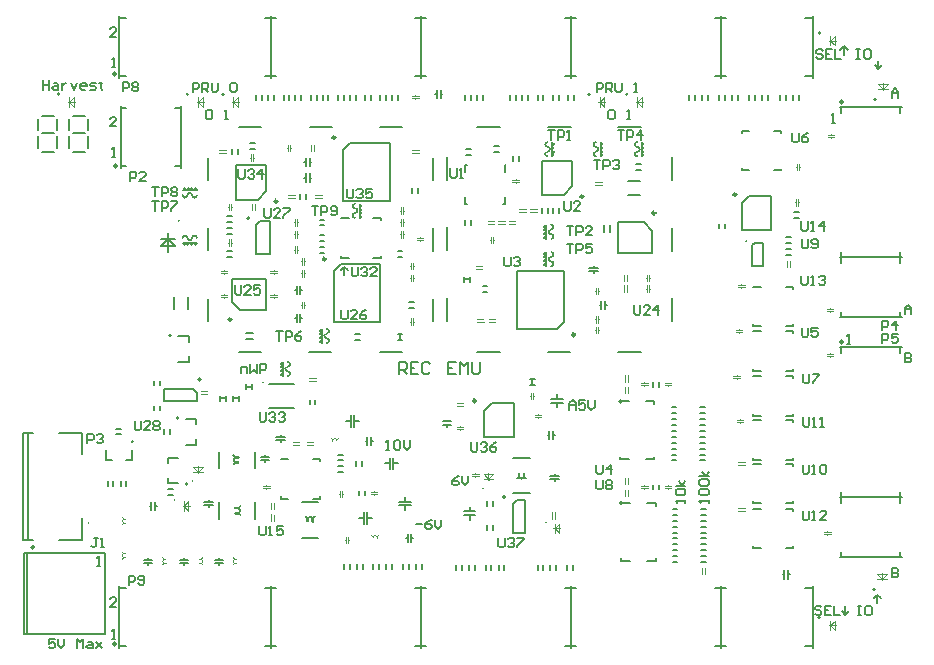
<source format=gbr>
%TF.GenerationSoftware,Altium Limited,Altium Designer,20.2.6 (244)*%
G04 Layer_Color=65535*
%FSLAX45Y45*%
%MOMM*%
%TF.SameCoordinates,1A285BE7-DF3D-4214-9C7A-F78C9B27F18F*%
%TF.FilePolarity,Positive*%
%TF.FileFunction,Legend,Top*%
%TF.Part,Single*%
G01*
G75*
%TA.AperFunction,NonConductor*%
%ADD11C,0.20000*%
%ADD77C,0.15000*%
%ADD100C,0.25000*%
%ADD169C,0.10000*%
D11*
X5162500Y1335000D02*
G03*
X5162500Y1335000I-12500J0D01*
G01*
X3109960Y2307555D02*
G03*
X3109960Y2307555I-5000J0D01*
G01*
X3777750Y3697583D02*
G03*
X3777750Y3697583I-5000J0D01*
G01*
X2587500Y2330000D02*
G03*
X2587500Y2330000I-12500J0D01*
G01*
X2997500Y3695000D02*
G03*
X2997500Y3695000I-12500J0D01*
G01*
X3267124Y1657624D02*
G03*
X3267124Y1657624I-5000J0D01*
G01*
X7267124Y3117624D02*
G03*
X7267124Y3117624I-5000J0D01*
G01*
Y1237624D02*
G03*
X7267124Y1237624I-5000J0D01*
G01*
Y1987624D02*
G03*
X7267124Y1987624I-5000J0D01*
G01*
Y1617624D02*
G03*
X7267124Y1617624I-5000J0D01*
G01*
X7205000Y3505000D02*
G03*
X7205000Y3505000I-5000J0D01*
G01*
X6157500Y1285000D02*
G03*
X6157500Y1285000I-12500J0D01*
G01*
X7267124Y2357624D02*
G03*
X7267124Y2357624I-5000J0D01*
G01*
X7502876Y4102376D02*
G03*
X7502876Y4102376I-5000J0D01*
G01*
X7267124Y2737624D02*
G03*
X7267124Y2737624I-5000J0D01*
G01*
X6147500Y2145000D02*
G03*
X6147500Y2145000I-12500J0D01*
G01*
X5162583Y4147250D02*
G03*
X5162583Y4147250I-5000J0D01*
G01*
X1868160Y89542D02*
G03*
X1868160Y89542I-15000J0D01*
G01*
Y4915542D02*
G03*
X1868160Y4915542I-15000J0D01*
G01*
X8023000Y2646800D02*
G03*
X8023000Y2646800I-15000J0D01*
G01*
Y4678800D02*
G03*
X8023000Y4678800I-15000J0D01*
G01*
X1635000Y1115000D02*
G03*
X1635000Y1115000I-5000J0D01*
G01*
X1877000Y4138400D02*
G03*
X1877000Y4138400I-15000J0D01*
G01*
X1175000Y910000D02*
G03*
X1175000Y910000I-15000J0D01*
G01*
X2400000Y3675000D02*
G03*
X2400000Y3675000I-5000J0D01*
G01*
X5390039Y2290001D02*
Y2330000D01*
X2749998Y2169959D02*
X2789998D01*
X2859999Y2169961D02*
X2899999D01*
X2970003Y2270037D02*
X3010003D01*
X4269961Y2670000D02*
Y2710000D01*
X4820000Y3179961D02*
X4860000D01*
X1500000Y4560000D02*
X1600000D01*
X1470000Y4440000D02*
Y4540000D01*
X1630000Y4440000D02*
Y4540000D01*
X1500000Y4420000D02*
X1600000D01*
X1470000Y4290000D02*
Y4390000D01*
X1630000Y4290000D02*
Y4390000D01*
X1500000Y4260000D02*
X1600000D01*
X1240000D02*
X1340000D01*
X1370000Y4290000D02*
Y4390000D01*
X1210000Y4290000D02*
Y4390000D01*
X1240000Y4420000D02*
X1340000D01*
X1370000Y4440000D02*
Y4540000D01*
X1210000Y4440000D02*
Y4540000D01*
X1240000Y4560000D02*
X1340000D01*
X4260000Y2380000D02*
Y2479968D01*
X4309984D01*
X4326645Y2463306D01*
Y2429984D01*
X4309984Y2413323D01*
X4260000D01*
X4293322D02*
X4326645Y2380000D01*
X4426613Y2479968D02*
X4359968D01*
Y2380000D01*
X4426613D01*
X4359968Y2429984D02*
X4393290D01*
X4526580Y2463306D02*
X4509919Y2479968D01*
X4476597D01*
X4459935Y2463306D01*
Y2396661D01*
X4476597Y2380000D01*
X4509919D01*
X4526580Y2396661D01*
X4746645Y2479968D02*
X4680000D01*
Y2380000D01*
X4746645D01*
X4680000Y2429984D02*
X4713323D01*
X4779968Y2380000D02*
Y2479968D01*
X4813290Y2446645D01*
X4846613Y2479968D01*
Y2380000D01*
X4879936Y2479968D02*
Y2396661D01*
X4896597Y2380000D01*
X4929920D01*
X4946581Y2396661D01*
Y2479968D01*
D77*
X3320000Y2440000D02*
G03*
X3320000Y2400000I0J-20000D01*
G01*
Y2360000D02*
G03*
X3320000Y2400000I0J20000D01*
G01*
Y2440000D02*
G03*
X3320000Y2480000I0J20000D01*
G01*
X3890000Y3740000D02*
G03*
X3890000Y3780000I0J20000D01*
G01*
Y3820000D02*
G03*
X3890000Y3780000I0J-20000D01*
G01*
Y3740000D02*
G03*
X3890000Y3700000I0J-20000D01*
G01*
X2510000Y3890000D02*
G03*
X2470000Y3890000I-20000J0D01*
G01*
X2430000D02*
G03*
X2470000Y3890000I20000J0D01*
G01*
X2510000D02*
G03*
X2550000Y3890000I20000J0D01*
G01*
X2470000Y3530000D02*
G03*
X2510000Y3530000I20000J0D01*
G01*
X2550000D02*
G03*
X2510000Y3530000I-20000J0D01*
G01*
X2470000D02*
G03*
X2430000Y3530000I-20000J0D01*
G01*
X3650000Y2720000D02*
G03*
X3650000Y2680000I0J-20000D01*
G01*
Y2640000D02*
G03*
X3650000Y2680000I0J20000D01*
G01*
Y2720000D02*
G03*
X3650000Y2760000I0J20000D01*
G01*
X5550000Y3370000D02*
G03*
X5550000Y3330000I0J-20000D01*
G01*
Y3290000D02*
G03*
X5550000Y3330000I0J20000D01*
G01*
Y3370000D02*
G03*
X5550000Y3410000I0J20000D01*
G01*
X6280000Y4260000D02*
G03*
X6280000Y4300000I0J20000D01*
G01*
Y4340000D02*
G03*
X6280000Y4300000I0J-20000D01*
G01*
Y4260000D02*
G03*
X6280000Y4220000I0J-20000D01*
G01*
X5930000Y4260000D02*
G03*
X5930000Y4300000I0J20000D01*
G01*
Y4340000D02*
G03*
X5930000Y4300000I0J-20000D01*
G01*
Y4260000D02*
G03*
X5930000Y4220000I0J-20000D01*
G01*
X5550000Y3600000D02*
G03*
X5550000Y3560000I0J-20000D01*
G01*
Y3520000D02*
G03*
X5550000Y3560000I0J20000D01*
G01*
Y3600000D02*
G03*
X5550000Y3640000I0J20000D01*
G01*
X5520000Y4260000D02*
G03*
X5520000Y4300000I0J20000D01*
G01*
Y4340000D02*
G03*
X5520000Y4300000I0J-20000D01*
G01*
Y4260000D02*
G03*
X5520000Y4220000I0J-20000D01*
G01*
X2473000Y1445000D02*
G03*
X2473000Y1445000I-8000J0D01*
G01*
X2393000Y2005000D02*
G03*
X2393000Y2005000I-8000J0D01*
G01*
X2013000Y1805000D02*
G03*
X2013000Y1805000I-8000J0D01*
G01*
X2333000Y2705000D02*
G03*
X2333000Y2705000I-8000J0D01*
G01*
X3548752Y1169342D02*
G03*
X3529037Y1124968I6247J-29342D01*
G01*
X3536093Y1125196D02*
G03*
X3484072Y1124909I-26093J14804D01*
G01*
X3491097Y1125154D02*
G03*
X3471884Y1169151I-26097J14797D01*
G01*
X2919342Y1181248D02*
G03*
X2874968Y1200963I-29342J-6247D01*
G01*
X2875196Y1193907D02*
G03*
X2874909Y1245928I14804J26093D01*
G01*
X2875154Y1238903D02*
G03*
X2919150Y1258116I14797J26097D01*
G01*
X5261248Y1490658D02*
G03*
X5280963Y1535032I-6247J29342D01*
G01*
X5273907Y1534804D02*
G03*
X5325928Y1535091I26093J-14804D01*
G01*
X5318903Y1534846D02*
G03*
X5338116Y1490849I26097J-14797D01*
G01*
X2860658Y1688753D02*
G03*
X2905032Y1669038I29342J6247D01*
G01*
X2904804Y1676093D02*
G03*
X2905091Y1624072I-14804J-26093D01*
G01*
X2904846Y1631097D02*
G03*
X2860849Y1611884I-14797J-26097D01*
G01*
X2515000Y1470000D02*
G03*
X2515000Y1470000I-5000J0D01*
G01*
X5505000Y1120000D02*
G03*
X5505000Y1120000I-5000J0D01*
G01*
X4975000Y1410000D02*
G03*
X4975000Y1410000I-5000J0D01*
G01*
X6198000Y4745000D02*
G03*
X6198000Y4745000I-8000J0D01*
G01*
X2778000D02*
G03*
X2778000Y4745000I-8000J0D01*
G01*
X5878000D02*
G03*
X5878000Y4745000I-8000J0D01*
G01*
X2478000D02*
G03*
X2478000Y4745000I-8000J0D01*
G01*
X1388000D02*
G03*
X1388000Y4745000I-8000J0D01*
G01*
X2365000Y1310000D02*
G03*
X2365000Y1310000I-5000J0D01*
G01*
X8293000Y550000D02*
G03*
X8293000Y550000I-8000J0D01*
G01*
X8303000Y4700000D02*
G03*
X8303000Y4700000I-8000J0D01*
G01*
X7828000Y315000D02*
G03*
X7828000Y315000I-8000J0D01*
G01*
Y5265000D02*
G03*
X7828000Y5265000I-8000J0D01*
G01*
X5330000Y1030410D02*
Y1310086D01*
X5230000Y1030410D02*
X5330000D01*
X5230000D02*
Y1275000D01*
X5265086Y1310086D01*
X5330000D01*
X4980000Y1845606D02*
Y2065000D01*
X5050516Y2135516D01*
X5240000D01*
X4980000Y1845606D02*
X5240000D01*
Y2135516D01*
X3790000Y3844315D02*
X4185000D01*
Y4335311D01*
X3850311D02*
X4185000D01*
X3790000Y4275000D02*
X3850311Y4335311D01*
X3790000Y3844315D02*
Y4275000D01*
X3140000Y3925000D02*
Y4144394D01*
X3069484Y3854484D02*
X3140000Y3925000D01*
X2880000Y3854484D02*
X3069484D01*
X2880000Y4144394D02*
X3140000D01*
X2880000Y3854484D02*
Y4144394D01*
X3165000Y2085000D02*
X3374999D01*
X3164999Y2295000D02*
X3374999D01*
X4044000Y3362500D02*
X4107500D01*
X3772500D02*
X3836000D01*
X4044000Y3697500D02*
X4107500D01*
X3772500D02*
X3836000D01*
X4107500Y3362500D02*
Y3380000D01*
Y3680000D02*
Y3697500D01*
X3772500Y3362500D02*
Y3380000D01*
X2270410Y2150000D02*
X2550086D01*
X2270410D02*
Y2250000D01*
X2515000D01*
X2550086Y2214914D01*
Y2150000D02*
Y2214914D01*
X3084185Y3669655D02*
X3170000D01*
X3050000Y3635470D02*
X3084185Y3669655D01*
X3050000Y3390564D02*
Y3635470D01*
X3170000Y3390564D02*
Y3669655D01*
X3050000Y3390564D02*
X3170000D01*
X3710000Y2814315D02*
X4105000D01*
Y3305311D01*
X3770311D02*
X4105000D01*
X3710000Y3245000D02*
X3770311Y3305311D01*
X3710000Y2814315D02*
Y3245000D01*
X2915000Y2920000D02*
X3134394D01*
X2844484Y2990515D02*
X2915000Y2920000D01*
X2844484Y2990515D02*
Y3180000D01*
X3134394Y2920000D02*
Y3180000D01*
X2844484D02*
X3134394D01*
X6115606Y3660000D02*
X6335000D01*
X6405516Y3589484D01*
Y3400000D02*
Y3589484D01*
X6115606Y3400000D02*
Y3660000D01*
Y3400000D02*
X6405516D01*
X3536000Y1322500D02*
X3597500D01*
X3262499D02*
X3323999D01*
X3536000Y1657500D02*
X3597500D01*
X3262499D02*
X3323999D01*
X3597500Y1322500D02*
Y1340000D01*
Y1640000D02*
Y1657500D01*
X3262499Y1322500D02*
Y1340000D01*
X7222188Y3879964D02*
X7410000D01*
X7170000Y3827776D02*
X7222188Y3879964D01*
X7170000Y3599727D02*
Y3827776D01*
X7410000Y3599727D02*
Y3879964D01*
X7170000Y3599727D02*
X7410000D01*
X7536000Y2782500D02*
X7597500D01*
X7262500D02*
X7324000D01*
X7536000Y3117500D02*
X7597500D01*
X7262500D02*
X7324000D01*
X7597500Y2782500D02*
Y2800000D01*
Y3100000D02*
Y3117500D01*
X7262500Y2782500D02*
Y2800000D01*
X7536000Y902500D02*
X7597500D01*
X7262500D02*
X7324000D01*
X7536000Y1237500D02*
X7597500D01*
X7262500D02*
X7324000D01*
X7597500Y902500D02*
Y920000D01*
Y1220000D02*
Y1237500D01*
X7262500Y902500D02*
Y920000D01*
X7536000Y1652500D02*
X7597500D01*
X7262500D02*
X7324000D01*
X7536000Y1987500D02*
X7597500D01*
X7262500D02*
X7324000D01*
X7597500Y1652500D02*
Y1670000D01*
Y1970000D02*
Y1987500D01*
X7262500Y1652500D02*
Y1670000D01*
X7536000Y1282500D02*
X7597500D01*
X7262500D02*
X7324000D01*
X7536000Y1617500D02*
X7597500D01*
X7262500D02*
X7324000D01*
X7597500Y1282500D02*
Y1300000D01*
Y1600000D02*
Y1617500D01*
X7262500Y1282500D02*
Y1300000D01*
X7255000Y3290668D02*
X7345000D01*
Y3490218D01*
X7275218D02*
X7345000D01*
X7255000Y3470000D02*
X7275218Y3490218D01*
X7255000Y3290668D02*
Y3470000D01*
X6145000Y1285000D02*
X6217500D01*
X6362500D02*
X6435000D01*
Y1262500D02*
Y1285000D01*
Y795000D02*
Y817500D01*
X6362500Y795000D02*
X6435000D01*
X6145000D02*
Y817500D01*
Y795000D02*
X6217500D01*
X7536000Y2022500D02*
X7597500D01*
X7262500D02*
X7324000D01*
X7536000Y2357500D02*
X7597500D01*
X7262500D02*
X7324000D01*
X7597500Y2022500D02*
Y2040000D01*
Y2340000D02*
Y2357500D01*
X7262500Y2022500D02*
Y2040000D01*
X7162500Y4437500D02*
X7224000D01*
X7436000D02*
X7497500D01*
X7162500Y4102500D02*
X7224000D01*
X7436000D02*
X7497500D01*
X7162500Y4420000D02*
Y4437500D01*
Y4102500D02*
Y4120000D01*
X7497500Y4420000D02*
Y4437500D01*
X7536000Y2402500D02*
X7597500D01*
X7262500D02*
X7324000D01*
X7536000Y2737500D02*
X7597500D01*
X7262500D02*
X7324000D01*
X7597500Y2402500D02*
Y2420000D01*
Y2720000D02*
Y2737500D01*
X7262500Y2402500D02*
Y2420000D01*
X6135000Y2145000D02*
X6207500D01*
X6352500D02*
X6425000D01*
Y2122500D02*
Y2145000D01*
Y1655000D02*
Y1677500D01*
X6352500Y1655000D02*
X6425000D01*
X6135000D02*
Y1677500D01*
Y1655000D02*
X6207500D01*
X5265000Y3245685D02*
X5660000D01*
X5265000Y2754689D02*
Y3245685D01*
Y2754689D02*
X5599689D01*
X5660000Y2815000D01*
Y3245685D01*
X5730000Y3965000D02*
Y4184394D01*
X5659484Y3894484D02*
X5730000Y3965000D01*
X5470000Y3894484D02*
X5659484D01*
X5470000Y4184394D02*
X5730000D01*
X5470000Y3894484D02*
Y4184394D01*
X4822500Y3812500D02*
Y3876000D01*
Y4084000D02*
Y4147500D01*
X5157500Y3812500D02*
Y3876000D01*
Y4084000D02*
Y4147500D01*
X4822500Y3812500D02*
X4840000D01*
X5140000D02*
X5157500D01*
X4822500Y4147500D02*
X4840000D01*
X3278234Y2361393D02*
Y2479420D01*
X3261694Y2462692D02*
X3278234Y2479233D01*
X3261125Y2435252D02*
X3277666Y2451793D01*
X3261694Y2402834D02*
X3278234Y2419374D01*
X3260190Y2370228D02*
X3276731Y2386769D01*
X3931766Y3700580D02*
Y3818607D01*
Y3700767D02*
X3948306Y3717308D01*
X3932335Y3728207D02*
X3948875Y3744748D01*
X3931766Y3760626D02*
X3948306Y3777166D01*
X3933269Y3793231D02*
X3949810Y3809772D01*
X2431393Y3931766D02*
X2549420D01*
X2532692Y3948306D02*
X2549233Y3931766D01*
X2505252Y3948875D02*
X2521793Y3932335D01*
X2472834Y3948306D02*
X2489374Y3931766D01*
X2440228Y3949810D02*
X2456769Y3933269D01*
X2430580Y3488235D02*
X2548607D01*
X2430767D02*
X2447308Y3471694D01*
X2458207Y3487666D02*
X2474748Y3471125D01*
X2490626Y3488235D02*
X2507166Y3471694D01*
X2523231Y3486731D02*
X2539772Y3470190D01*
X3608234Y2641393D02*
Y2759420D01*
X3591694Y2742692D02*
X3608234Y2759233D01*
X3591125Y2715252D02*
X3607665Y2731793D01*
X3591694Y2682834D02*
X3608234Y2699374D01*
X3590190Y2650228D02*
X3606731Y2666769D01*
X5508235Y3291393D02*
Y3409420D01*
X5491694Y3392692D02*
X5508235Y3409233D01*
X5491125Y3365252D02*
X5507666Y3381793D01*
X5491694Y3332834D02*
X5508235Y3349374D01*
X5490190Y3300228D02*
X5506731Y3316769D01*
X6321766Y4220580D02*
Y4338607D01*
Y4220767D02*
X6338306Y4237308D01*
X6322335Y4248207D02*
X6338875Y4264748D01*
X6321766Y4280626D02*
X6338306Y4297166D01*
X6323269Y4313231D02*
X6339810Y4329772D01*
X5971766Y4220580D02*
Y4338607D01*
Y4220767D02*
X5988306Y4237308D01*
X5972335Y4248207D02*
X5988875Y4264748D01*
X5971766Y4280626D02*
X5988306Y4297166D01*
X5973269Y4313231D02*
X5989810Y4329772D01*
X5508235Y3521393D02*
Y3639420D01*
X5491694Y3622692D02*
X5508235Y3639233D01*
X5491125Y3595252D02*
X5507666Y3611793D01*
X5491694Y3562834D02*
X5508235Y3579374D01*
X5490190Y3530228D02*
X5506731Y3546769D01*
X5561765Y4220580D02*
Y4338607D01*
Y4220767D02*
X5578306Y4237308D01*
X5562334Y4248207D02*
X5578875Y4264748D01*
X5561765Y4280626D02*
X5578306Y4297166D01*
X5563269Y4313231D02*
X5579810Y4329772D01*
X2305000Y1620000D02*
Y1670000D01*
X2395000D01*
X2305000Y1450000D02*
Y1500000D01*
Y1450000D02*
X2395000D01*
X2545000Y1780000D02*
Y1830000D01*
X2455000Y1780000D02*
X2545000D01*
Y1950000D02*
Y2000000D01*
X2455000D02*
X2545000D01*
X1780000Y1645000D02*
X1830000D01*
X1780000D02*
Y1735000D01*
X1950000Y1645000D02*
X2000000D01*
Y1735000D01*
X2485000Y2480000D02*
Y2530000D01*
X2395000Y2480000D02*
X2485000D01*
Y2650000D02*
Y2700000D01*
X2395000D02*
X2485000D01*
X4995000Y720000D02*
Y760000D01*
X5045000Y720000D02*
Y760000D01*
X4975000Y4700000D02*
Y4740000D01*
X4925000Y4700000D02*
Y4740000D01*
X4855000Y720000D02*
Y760000D01*
X4905000Y720000D02*
Y760000D01*
X4045000Y730000D02*
Y770000D01*
X4095000Y730000D02*
Y770000D01*
X3955000Y730000D02*
Y770000D01*
X3905000Y730000D02*
Y770000D01*
X4025000Y4700000D02*
Y4740000D01*
X3975000Y4700000D02*
Y4740000D01*
X4105000Y4700000D02*
Y4740000D01*
X4155000Y4700000D02*
Y4740000D01*
X3665000Y4700000D02*
Y4740000D01*
X3615000Y4700000D02*
Y4740000D01*
X3745000Y4700000D02*
Y4740000D01*
X3795000Y4700000D02*
Y4740000D01*
X7535000Y4700000D02*
Y4740000D01*
X7485000Y4700000D02*
Y4740000D01*
X7595000Y4700000D02*
Y4740000D01*
X7645000Y4700000D02*
Y4740000D01*
X7275000Y4700000D02*
Y4740000D01*
X7225000Y4700000D02*
Y4740000D01*
X7335000Y4700000D02*
Y4740000D01*
X7385000Y4700000D02*
Y4740000D01*
X7025000Y4700000D02*
Y4740000D01*
X6975000Y4700000D02*
Y4740000D01*
X7085000Y4700000D02*
Y4740000D01*
X7135000Y4700000D02*
Y4740000D01*
X6765000Y4700000D02*
Y4740000D01*
X6715000Y4700000D02*
Y4740000D01*
X6825000Y4700000D02*
Y4740000D01*
X6875000Y4700000D02*
Y4740000D01*
X5565000Y4700000D02*
Y4740000D01*
X5615000Y4700000D02*
Y4740000D01*
X5305000Y4700000D02*
Y4740000D01*
X5355000Y4700000D02*
Y4740000D01*
X6810000Y1695000D02*
X6850000D01*
X6810000Y1645000D02*
X6850000D01*
X6570000Y1695000D02*
X6610000D01*
X6570000Y1645000D02*
X6610000D01*
X4825000Y4700000D02*
Y4740000D01*
X4875000Y4700000D02*
Y4740000D01*
X5595000Y720000D02*
Y760000D01*
X5545000Y720000D02*
Y760000D01*
X5435000Y720000D02*
Y760000D01*
X5485000Y720000D02*
Y760000D01*
X3895000Y1600000D02*
Y1640000D01*
X3945000Y1600000D02*
Y1640000D01*
X5070000Y4305000D02*
X5110000D01*
X5070000Y4255000D02*
X5110000D01*
X5275000Y4180000D02*
Y4220000D01*
X5225000Y4180000D02*
Y4220000D01*
X3750000Y1645000D02*
X3790000D01*
X3750000Y1695000D02*
X3790000D01*
X3750000Y1595000D02*
X3790000D01*
X3750000Y1545000D02*
X3790000D01*
X3974999Y1350000D02*
Y1390000D01*
X3925000Y1350000D02*
Y1390000D01*
X2970000Y2675000D02*
X3030000D01*
X2970000Y2725000D02*
X3030000D01*
X6975000Y3610000D02*
Y3650000D01*
X7025000Y3610000D02*
Y3650000D01*
X7610000Y3695000D02*
X7650000D01*
X7610000Y3745000D02*
X7650000D01*
X6820000Y1235000D02*
X6860000D01*
X6820000Y1185000D02*
X6860000D01*
X6580000Y1235000D02*
X6619999D01*
X6580000Y1185000D02*
X6619999D01*
X6820000Y835000D02*
X6859999D01*
X6820000Y785000D02*
X6859999D01*
X6580000Y835000D02*
X6619999D01*
X6580000Y785000D02*
X6619999D01*
X6820000Y935000D02*
X6860000D01*
X6820000Y885000D02*
X6860000D01*
X6580000Y935000D02*
X6619999D01*
X6580000Y885000D02*
X6619999D01*
X6820000Y1035000D02*
X6860000D01*
X6820000Y985000D02*
X6860000D01*
X6580000Y1035000D02*
X6620000D01*
X6580000Y985000D02*
X6620000D01*
X6820000Y1135000D02*
X6860000D01*
X6820000Y1085000D02*
X6860000D01*
X6580000Y1135000D02*
X6620000D01*
X6580000Y1085000D02*
X6620000D01*
X6810000Y1795000D02*
X6850000D01*
X6810000Y1745000D02*
X6850000D01*
X6570000Y1795000D02*
X6610000D01*
X6570000Y1745000D02*
X6610000D01*
X6810000Y1895000D02*
X6850000D01*
X6810000Y1845000D02*
X6850000D01*
X6570000Y1895000D02*
X6610000D01*
X6570000Y1845000D02*
X6610000D01*
X6810000Y1995000D02*
X6850000D01*
X6810000Y1945000D02*
X6850000D01*
X6570000Y1995000D02*
X6610000D01*
X6570000Y1945000D02*
X6610000D01*
X6810000Y2095000D02*
X6850000D01*
X6810000Y2045000D02*
X6850000D01*
X6570000Y2095000D02*
X6610000D01*
X6570000Y2045000D02*
X6610000D01*
X5205000Y4700000D02*
Y4740000D01*
X5255000Y4700000D02*
Y4740000D01*
X4205000Y730000D02*
Y770000D01*
X4155000Y730000D02*
Y770000D01*
X3845000Y730000D02*
Y770000D01*
X3795000Y730000D02*
Y770000D01*
X5155000Y720000D02*
Y760000D01*
X5105000Y720000D02*
Y760000D01*
X4795000Y720000D02*
Y760000D01*
X4745000Y720000D02*
Y760000D01*
X3845000Y4700000D02*
Y4740000D01*
X3895000Y4700000D02*
Y4740000D01*
X3515000Y4700000D02*
Y4740000D01*
X3565000Y4700000D02*
Y4740000D01*
X4205000Y4700000D02*
Y4740000D01*
X4255000Y4700000D02*
Y4740000D01*
X2310000Y1355000D02*
X2350000D01*
X2310000Y1405000D02*
X2350000D01*
X1870000Y1915000D02*
X1910000D01*
X1870000Y1865000D02*
X1910000D01*
X1955000Y1430000D02*
Y1470000D01*
X1905000Y1430000D02*
Y1470000D01*
X1795000Y1430000D02*
Y1470000D01*
X1845000Y1430000D02*
Y1470000D01*
X3435000Y4700000D02*
Y4740000D01*
X3385000Y4700000D02*
Y4740000D01*
X6045000Y3580000D02*
Y3640000D01*
X5995000Y3580000D02*
Y3640000D01*
X5370000Y2335000D02*
X5410000D01*
X5370000Y2285001D02*
X5410000D01*
X2185000Y2070000D02*
Y2110000D01*
X2235000Y2070000D02*
Y2110000D01*
X5005000Y1260000D02*
Y1300000D01*
X5055000Y1260000D02*
Y1300000D01*
X2235000Y2280000D02*
Y2320000D01*
X2185000Y2280000D02*
Y2320000D01*
X5005000Y1060000D02*
Y1100000D01*
X5055000Y1060000D02*
Y1100000D01*
X2275000Y1870000D02*
Y1910000D01*
X2325000Y1870000D02*
Y1910000D01*
X5685000Y720000D02*
Y760000D01*
X5735000Y720000D02*
Y760000D01*
X3590000Y3635000D02*
X3630000D01*
X3590000Y3685000D02*
X3630000D01*
X3000000Y4285000D02*
X3040000D01*
X3000000Y4335000D02*
X3040000D01*
X4425000Y3910000D02*
Y3950000D01*
X4375000Y3910000D02*
Y3950000D01*
X2845000Y4240000D02*
Y4280000D01*
X2895000Y4240000D02*
Y4280000D01*
X3475000Y3860000D02*
Y3900000D01*
X3425000Y3860000D02*
Y3900000D01*
X5695000Y4700000D02*
Y4740000D01*
X5745000Y4700000D02*
Y4740000D01*
X3155000Y4700000D02*
Y4740000D01*
X3205000Y4700000D02*
Y4740000D01*
X5435000Y4700000D02*
Y4740000D01*
X5485000Y4700000D02*
Y4740000D01*
X3055000Y4700000D02*
Y4740000D01*
X3105000Y4700000D02*
Y4740000D01*
X2794998Y2149998D02*
Y2189998D01*
X2744998Y2149998D02*
Y2189998D01*
X3554999Y2120000D02*
Y2159999D01*
X3505000Y2120000D02*
Y2159999D01*
X4295000Y730000D02*
Y770000D01*
X4345000Y730000D02*
Y770000D01*
X4405000Y730000D02*
Y770000D01*
X4455000Y730000D02*
Y770000D01*
X3285000Y4700000D02*
Y4740000D01*
X3335000Y4700000D02*
Y4740000D01*
X2904999Y2150000D02*
Y2189999D01*
X2854999Y2150000D02*
Y2189999D01*
X2965003Y2249998D02*
Y2289998D01*
X3015003Y2249998D02*
Y2289998D01*
X3590000Y3405000D02*
X3630000D01*
X3590000Y3455000D02*
X3630000D01*
X4250000Y3415000D02*
X4290000D01*
X4250000Y3365000D02*
X4290000D01*
X3590000Y3505000D02*
X3630000D01*
X3590000Y3555000D02*
X3630000D01*
X4350000Y2985000D02*
X4390000D01*
X4350000Y2935000D02*
X4390000D01*
X4970000Y3125000D02*
X5010000D01*
X4970000Y3075000D02*
X5010000D01*
X4875000Y3640000D02*
Y3680000D01*
X4825000Y3640000D02*
Y3680000D01*
X3890000Y2665000D02*
X3930000D01*
X3890000Y2715000D02*
X3930000D01*
X2810000Y3665000D02*
X2850000D01*
X2810000Y3715000D02*
X2850000D01*
X2810000Y3565000D02*
X2850000D01*
X2810000Y3615000D02*
X2850000D01*
X2480000Y2930000D02*
Y3030000D01*
X2360000Y2930000D02*
Y3030000D01*
X2810000Y3365000D02*
X2850000D01*
X2810000Y3415000D02*
X2850000D01*
X4250000Y2665000D02*
X4290000D01*
X4250000Y2715000D02*
X4290000D01*
X7540000Y3385000D02*
X7580000D01*
X7540000Y3435000D02*
X7580000D01*
X6465000Y1400000D02*
Y1440000D01*
X6415000Y1400000D02*
Y1440000D01*
X7540000Y3535000D02*
X7580000D01*
X7540000Y3485000D02*
X7580000D01*
X6465000Y2270000D02*
Y2310000D01*
X6415000Y2270000D02*
Y2310000D01*
X4865000Y3160000D02*
Y3200000D01*
X4815000Y3160000D02*
Y3200000D01*
X6200000Y4010000D02*
X6300000D01*
X6200000Y3890000D02*
X6300000D01*
X6270000Y4105000D02*
X6310000D01*
X6270000Y4155000D02*
X6310000D01*
X4830000Y4235000D02*
X4870000D01*
X4830000Y4285000D02*
X4870000D01*
X5525000Y3740000D02*
Y3780000D01*
X5475000Y3740000D02*
Y3780000D01*
X5565000Y3740000D02*
Y3780000D01*
X5615000Y3740000D02*
Y3780000D01*
X3128000Y70500D02*
X3174854D01*
X3130003Y564500D02*
X3174252D01*
X3175000Y55500D02*
Y579500D01*
X4445146Y564500D02*
X4492000D01*
X4445748Y70500D02*
X4489997D01*
X4445000Y55500D02*
Y579500D01*
X4398000Y70500D02*
X4444854D01*
X4400003Y564500D02*
X4444252D01*
X4445000Y55500D02*
Y579500D01*
X5715146Y564500D02*
X5762000D01*
X5715748Y70500D02*
X5759997D01*
X5715000Y55500D02*
Y579500D01*
X5668000Y70500D02*
X5714854D01*
X5670003Y564500D02*
X5714252D01*
X5715000Y55500D02*
Y579500D01*
X6985146Y564500D02*
X7032000D01*
X6985748Y70500D02*
X7029997D01*
X6985000Y55500D02*
Y579500D01*
X6938000Y70500D02*
X6984854D01*
X6940003Y564500D02*
X6984252D01*
X6985000Y55500D02*
Y579500D01*
X7700000Y70500D02*
X7767000D01*
X7702003Y564500D02*
X7767000D01*
Y55500D02*
Y579500D01*
X3175146Y564500D02*
X3222000D01*
X3175748Y70500D02*
X3219997D01*
X3175000Y55500D02*
Y579500D01*
X1890000Y564500D02*
X1952000D01*
X1890000Y55500D02*
Y579500D01*
Y70500D02*
X1949997D01*
X3128000Y4896500D02*
X3174854D01*
X3130003Y5390500D02*
X3174252D01*
X3175000Y4881500D02*
Y5405500D01*
X4445146Y5390500D02*
X4492000D01*
X4445748Y4896500D02*
X4489997D01*
X4445000Y4881500D02*
Y5405500D01*
X4398000Y4896500D02*
X4444854D01*
X4400003Y5390500D02*
X4444252D01*
X4445000Y4881500D02*
Y5405500D01*
X5715146Y5390500D02*
X5762000D01*
X5715748Y4896500D02*
X5759997D01*
X5715000Y4881500D02*
Y5405500D01*
X5668000Y4896500D02*
X5714854D01*
X5670003Y5390500D02*
X5714252D01*
X5715000Y4881500D02*
Y5405500D01*
X6985146Y5390500D02*
X7032000D01*
X6985748Y4896500D02*
X7029997D01*
X6985000Y4881500D02*
Y5405500D01*
X6938000Y4896500D02*
X6984854D01*
X6940003Y5390500D02*
X6984252D01*
X6985000Y4881500D02*
Y5405500D01*
X7700000Y4896500D02*
X7767000D01*
X7702003Y5390500D02*
X7767000D01*
Y4881500D02*
Y5405500D01*
X3175146Y5390500D02*
X3222000D01*
X3175748Y4896500D02*
X3219997D01*
X3175000Y4881500D02*
Y5405500D01*
X1890000Y5390500D02*
X1952000D01*
X1890000Y4881500D02*
Y5405500D01*
Y4896500D02*
X1949997D01*
X8008000Y1333946D02*
Y1380800D01*
X8502000Y1334548D02*
Y1378797D01*
X7993000Y1333800D02*
X8517000D01*
X8502000Y1286800D02*
Y1333654D01*
X8008000Y1288803D02*
Y1333052D01*
X7993000Y1333800D02*
X8517000D01*
X8502000Y2556800D02*
Y2603654D01*
X8008000Y2558803D02*
Y2603052D01*
X7993000Y2603800D02*
X8517000D01*
X8008000Y825946D02*
Y872800D01*
X8502000Y826548D02*
Y870797D01*
X7993000Y825800D02*
X8517000D01*
X8008000Y3365946D02*
Y3412800D01*
X8502000Y3366548D02*
Y3410797D01*
X7993000Y3365800D02*
X8517000D01*
X8502000Y3318800D02*
Y3365654D01*
X8008000Y3320803D02*
Y3365052D01*
X7993000Y3365800D02*
X8517000D01*
X8502000Y4588800D02*
Y4635654D01*
X8008000Y4590803D02*
Y4635052D01*
X7993000Y4635800D02*
X8517000D01*
X8008000Y2857946D02*
Y2904800D01*
X8502000Y2858548D02*
Y2902797D01*
X7993000Y2857800D02*
X8517000D01*
X1080000Y975000D02*
Y1875000D01*
X1580000Y1700000D02*
Y1875000D01*
X1080000Y975000D02*
X1160000D01*
X1120000D02*
Y1874821D01*
X1080000Y1875000D02*
X1159648D01*
X1380000D02*
X1580000D01*
Y975000D02*
Y1155000D01*
X1380000Y975000D02*
X1580000D01*
X1905000Y4123400D02*
Y4647400D01*
X1905748Y4138400D02*
X1949997D01*
X1905146Y4632400D02*
X1952000D01*
X2413000Y4123400D02*
Y4647400D01*
X2368003Y4632400D02*
X2412252D01*
X2366000Y4138400D02*
X2412854D01*
X2905000Y2565000D02*
X3095000D01*
X3500000D02*
X3690000D01*
X4100000D02*
X4290000D01*
X4550000Y2825000D02*
Y3015000D01*
Y3420000D02*
Y3610000D01*
Y4020000D02*
Y4210000D01*
X4100000Y4470000D02*
X4290000D01*
X3505000D02*
X3695000D01*
X2905000D02*
X3095000D01*
X2645000Y4020000D02*
Y4210000D01*
Y3425000D02*
Y3615000D01*
Y2825000D02*
Y3015000D01*
X4925000Y2567500D02*
X5115000D01*
X5520000D02*
X5710000D01*
X6120000D02*
X6310000D01*
X6570000Y2827500D02*
Y3017500D01*
Y3422500D02*
Y3612500D01*
Y4022500D02*
Y4212500D01*
X6120000Y4472500D02*
X6310000D01*
X5525000D02*
X5715000D01*
X4925000D02*
X5115000D01*
X4665000Y4022500D02*
Y4212500D01*
Y3427500D02*
Y3617500D01*
Y2827500D02*
Y3017500D01*
X3440000Y1290000D02*
X3580000D01*
X3440000Y990000D02*
X3580000D01*
X3040000Y1150000D02*
Y1290000D01*
X2740000Y1150000D02*
Y1290000D01*
X5230000Y1370000D02*
X5370000D01*
X5230000Y1670000D02*
X5370000D01*
X2740000Y1580000D02*
Y1720000D01*
X3040000Y1580000D02*
Y1720000D01*
X1770000Y175000D02*
Y865000D01*
X1090000Y175000D02*
X1770000D01*
X1090000D02*
Y865000D01*
X1770000D01*
X1115000Y175000D02*
Y865000D01*
X2310000Y3519894D02*
Y3570000D01*
Y3519894D02*
X2369894Y3460000D01*
X2310000Y3479894D02*
Y3519894D01*
X2250106Y3460000D02*
X2369894D01*
X2250106D02*
X2309878Y3519772D01*
X2250000Y3519894D02*
X2365000D01*
X2310000Y3410000D02*
Y3479894D01*
X5550000Y2135001D02*
X5650000D01*
X5550000Y2165000D02*
X5650000D01*
X5600073D02*
Y2205000D01*
X5600000Y2135001D02*
X5600073Y2095001D01*
X4810000Y1215000D02*
X4910000D01*
X4810000Y1185000D02*
X4910000D01*
X4859927Y1145000D02*
Y1185000D01*
Y1255000D02*
X4860000Y1215000D01*
X3995000Y1775000D02*
Y1845000D01*
X4025000Y1775000D02*
Y1845000D01*
Y1810000D02*
X4040000D01*
X3980000D02*
X3995000D01*
X5545000Y1485000D02*
X5615000D01*
X5545000Y1515000D02*
X5615000D01*
X5580000D02*
Y1530000D01*
Y1470000D02*
Y1485000D01*
X5535000Y1825000D02*
Y1895000D01*
X5565000Y1825000D02*
Y1895000D01*
Y1860000D02*
X5580000D01*
X5520000D02*
X5535000D01*
X4635000Y1945000D02*
X4705000D01*
X4635000Y1975000D02*
X4705000D01*
X4670000D02*
Y1990000D01*
Y1930000D02*
Y1945000D01*
X3505000Y4135000D02*
Y4205000D01*
X3475000Y4135000D02*
Y4205000D01*
X3460000Y4170000D02*
X3475000D01*
X3505000D02*
X3520000D01*
X3505000Y4005000D02*
Y4075000D01*
X3475000Y4005000D02*
Y4075000D01*
X3460000Y4040000D02*
X3475000D01*
X3505000D02*
X3520000D01*
X2195000Y1225000D02*
Y1295000D01*
X2165000Y1225000D02*
Y1295000D01*
X2150000Y1260000D02*
X2165000D01*
X2195000D02*
X2210000D01*
X3425000Y3055000D02*
Y3125000D01*
X3395000Y3055000D02*
Y3125000D01*
X3380000Y3090000D02*
X3395000D01*
X3425000D02*
X3440000D01*
X3425000Y2815000D02*
Y2885000D01*
X3395000Y2815000D02*
Y2885000D01*
X3380000Y2850000D02*
X3395000D01*
X3425000D02*
X3440000D01*
X4185000Y1570000D02*
Y1670000D01*
X4214999Y1570000D02*
Y1670000D01*
Y1619927D02*
X4254999D01*
X4145000D02*
X4185000Y1620000D01*
X4335000Y955000D02*
Y1025000D01*
X4365000Y955000D02*
Y1025000D01*
Y990000D02*
X4380000D01*
X4320000D02*
X4335000D01*
X4260000Y1265000D02*
X4360000D01*
X4260000Y1295000D02*
X4360000D01*
X4310073D02*
Y1335000D01*
X4310000Y1265000D02*
X4310073Y1225000D01*
X3965000Y1110000D02*
Y1210000D01*
X3995000Y1110000D02*
Y1210000D01*
Y1159927D02*
X4035000D01*
X3925000D02*
X3965000Y1160000D01*
X3855000Y1930000D02*
Y2030000D01*
X3885000Y1930000D02*
Y2030000D01*
Y1979927D02*
X3925000D01*
X3815000D02*
X3855000Y1980000D01*
X3225000Y1815000D02*
X3295000D01*
X3225000Y1845000D02*
X3295000D01*
X3260000D02*
Y1860000D01*
Y1800000D02*
Y1815000D01*
X3095000Y1645000D02*
X3165000D01*
X3095000Y1675000D02*
X3165000D01*
X3130000D02*
Y1690000D01*
Y1630000D02*
Y1645000D01*
X2405000Y805000D02*
X2475000D01*
X2405000Y775000D02*
X2475000D01*
X2440000Y760000D02*
Y775000D01*
Y805000D02*
Y820000D01*
X7525000Y645000D02*
Y715000D01*
X7555000Y645000D02*
Y715000D01*
Y680000D02*
X7570000D01*
X7510000D02*
X7525000D01*
X2615000Y1295000D02*
X2685000D01*
X2615000Y1265000D02*
X2685000D01*
X2650000Y1250000D02*
Y1265000D01*
Y1295000D02*
Y1310000D01*
X2705000Y805000D02*
X2775000D01*
X2705000Y775000D02*
X2775000D01*
X2740000Y760000D02*
Y775000D01*
Y805000D02*
Y820000D01*
X4615000Y4715000D02*
Y4785000D01*
X4585000Y4715000D02*
Y4785000D01*
X4570000Y4750000D02*
X4585000D01*
X4615000D02*
X4630000D01*
X2105000Y805000D02*
X2175000D01*
X2105000Y775000D02*
X2175000D01*
X2140000Y760000D02*
Y775000D01*
Y805000D02*
Y820000D01*
X5975000Y2925000D02*
Y2995000D01*
X6005000Y2925000D02*
Y2995000D01*
Y2960000D02*
X6020000D01*
X5960000D02*
X5975000D01*
X5875000Y3245000D02*
X5945000D01*
X5875000Y3275000D02*
X5945000D01*
X5910000D02*
Y3290000D01*
Y3230000D02*
Y3245000D01*
X3797047Y3285992D02*
X3827046Y3255992D01*
X3767046D02*
X3797046Y3285992D01*
Y3215992D02*
Y3285992D01*
X8010000Y370000D02*
X8040000Y340000D01*
X8040000D02*
X8070000Y370000D01*
X8040000Y340000D02*
Y410000D01*
X8030000Y5150000D02*
X8060000Y5120000D01*
X8000000D02*
X8030000Y5150000D01*
Y5080000D02*
Y5150000D01*
X8290000Y4990000D02*
X8320000Y4960000D01*
X8320000D02*
X8350000Y4990000D01*
X8320000Y4960000D02*
Y5030000D01*
X8310000Y440000D02*
Y510000D01*
X8280000Y480000D02*
X8310000Y510000D01*
X8310000D02*
X8340000Y480000D01*
X1868316Y5231000D02*
X1815000D01*
X1868316Y5284316D01*
Y5297645D01*
X1854987Y5310974D01*
X1828329D01*
X1815000Y5297645D01*
X1868316Y4472901D02*
X1815000D01*
X1868316Y4526217D01*
Y4539546D01*
X1854987Y4552875D01*
X1828329D01*
X1815000Y4539546D01*
X1835000Y4975000D02*
X1861658D01*
X1848329D01*
Y5054974D01*
X1835000Y5041645D01*
Y4215000D02*
X1861658D01*
X1848329D01*
Y4294974D01*
X1835000Y4281645D01*
X1705000Y755000D02*
X1731658D01*
X1718329D01*
Y834974D01*
X1705000Y821645D01*
X1868316Y405000D02*
X1815000D01*
X1868316Y458316D01*
Y471645D01*
X1854987Y484974D01*
X1828329D01*
X1815000Y471645D01*
X1835000Y135000D02*
X1861658D01*
X1848329D01*
Y214974D01*
X1835000Y201645D01*
X8055000Y2635000D02*
X8081658D01*
X8068329D01*
Y2714974D01*
X8055000Y2701645D01*
X7925000Y4505000D02*
X7951658D01*
X7938329D01*
Y4584974D01*
X7925000Y4571645D01*
X2925000Y2385000D02*
Y2438316D01*
X2964987D01*
X2978316Y2424987D01*
Y2385000D01*
X3004974Y2464974D02*
Y2385000D01*
X3031632Y2411658D01*
X3058290Y2385000D01*
Y2464974D01*
X3084948Y2385000D02*
Y2464974D01*
X3124935D01*
X3138264Y2451645D01*
Y2424987D01*
X3124935Y2411658D01*
X3084948D01*
X4768316Y1514974D02*
X4741658Y1501645D01*
X4715000Y1474987D01*
Y1448329D01*
X4728329Y1435000D01*
X4754987D01*
X4768316Y1448329D01*
Y1461658D01*
X4754987Y1474987D01*
X4715000D01*
X4794974Y1514974D02*
Y1461658D01*
X4821632Y1435000D01*
X4848290Y1461658D01*
Y1514974D01*
X4155000Y1735000D02*
X4181658D01*
X4168329D01*
Y1814974D01*
X4155000Y1801645D01*
X4221645D02*
X4234974Y1814974D01*
X4261632D01*
X4274961Y1801645D01*
Y1748329D01*
X4261632Y1735000D01*
X4234974D01*
X4221645Y1748329D01*
Y1801645D01*
X4301619Y1814974D02*
Y1761658D01*
X4328277Y1735000D01*
X4354935Y1761658D01*
Y1814974D01*
X4405000Y1104987D02*
X4458316D01*
X4538290Y1144974D02*
X4511632Y1131645D01*
X4484974Y1104987D01*
Y1078329D01*
X4498303Y1065000D01*
X4524961D01*
X4538290Y1078329D01*
Y1091658D01*
X4524961Y1104987D01*
X4484974D01*
X4564948Y1144974D02*
Y1091658D01*
X4591606Y1065000D01*
X4618264Y1091658D01*
Y1144974D01*
X5705000Y2075000D02*
Y2128316D01*
X5731658Y2154974D01*
X5758316Y2128316D01*
Y2075000D01*
Y2114987D01*
X5705000D01*
X5838290Y2154974D02*
X5784974D01*
Y2114987D01*
X5811632Y2128316D01*
X5824961D01*
X5838290Y2114987D01*
Y2088329D01*
X5824961Y2075000D01*
X5798303D01*
X5784974Y2088329D01*
X5864948Y2154974D02*
Y2101658D01*
X5891606Y2075000D01*
X5918264Y2101658D01*
Y2154974D01*
X8145000Y414974D02*
X8171658D01*
X8158329D01*
Y335000D01*
X8145000D01*
X8171658D01*
X8251632Y414974D02*
X8224974D01*
X8211645Y401645D01*
Y348329D01*
X8224974Y335000D01*
X8251632D01*
X8264961Y348329D01*
Y401645D01*
X8251632Y414974D01*
X7838316Y401645D02*
X7824987Y414974D01*
X7798329D01*
X7785000Y401645D01*
Y388316D01*
X7798329Y374987D01*
X7824987D01*
X7838316Y361658D01*
Y348329D01*
X7824987Y335000D01*
X7798329D01*
X7785000Y348329D01*
X7918290Y414974D02*
X7864974D01*
Y335000D01*
X7918290D01*
X7864974Y374987D02*
X7891632D01*
X7944948Y414974D02*
Y335000D01*
X7998264D01*
X7848316Y5111645D02*
X7834987Y5124974D01*
X7808329D01*
X7795000Y5111645D01*
Y5098316D01*
X7808329Y5084987D01*
X7834987D01*
X7848316Y5071658D01*
Y5058329D01*
X7834987Y5045000D01*
X7808329D01*
X7795000Y5058329D01*
X7928290Y5124974D02*
X7874974D01*
Y5045000D01*
X7928290D01*
X7874974Y5084987D02*
X7901632D01*
X7954948Y5124974D02*
Y5045000D01*
X8008264D01*
X2627429Y4600615D02*
X2640758Y4613944D01*
X2667416D01*
X2680745Y4600615D01*
Y4547299D01*
X2667416Y4533970D01*
X2640758D01*
X2627429Y4547299D01*
Y4600615D01*
X2787377Y4533970D02*
X2814035D01*
X2800706D01*
Y4613944D01*
X2787377Y4600615D01*
X6035000Y4601645D02*
X6048329Y4614974D01*
X6074987D01*
X6088316Y4601645D01*
Y4548329D01*
X6074987Y4535000D01*
X6048329D01*
X6035000Y4548329D01*
Y4601645D01*
X6194948Y4535000D02*
X6221606D01*
X6208277D01*
Y4614974D01*
X6194948Y4601645D01*
X8135000Y5124974D02*
X8161658D01*
X8148329D01*
Y5045000D01*
X8135000D01*
X8161658D01*
X8241632Y5124974D02*
X8214974D01*
X8201645Y5111645D01*
Y5058329D01*
X8214974Y5045000D01*
X8241632D01*
X8254961Y5058329D01*
Y5111645D01*
X8241632Y5124974D01*
X6685000Y1285000D02*
Y1311658D01*
Y1298329D01*
X6605026D01*
X6618355Y1285000D01*
Y1351645D02*
X6605026Y1364974D01*
Y1391632D01*
X6618355Y1404961D01*
X6671671D01*
X6685000Y1391632D01*
Y1364974D01*
X6671671Y1351645D01*
X6618355D01*
X6685000Y1431619D02*
X6605026D01*
X6658342D02*
X6631684Y1471607D01*
X6658342Y1431619D02*
X6685000Y1471607D01*
X6885000Y1285000D02*
Y1311658D01*
Y1298329D01*
X6805026D01*
X6818355Y1285000D01*
Y1351645D02*
X6805026Y1364974D01*
Y1391632D01*
X6818355Y1404961D01*
X6871671D01*
X6885000Y1391632D01*
Y1364974D01*
X6871671Y1351645D01*
X6818355D01*
Y1431619D02*
X6805026Y1444948D01*
Y1471606D01*
X6818355Y1484935D01*
X6871671D01*
X6885000Y1471606D01*
Y1444948D01*
X6871671Y1431619D01*
X6818355D01*
X6885000Y1511593D02*
X6805026D01*
X6858342D02*
X6831684Y1551581D01*
X6858342Y1511593D02*
X6885000Y1551581D01*
X1245000Y4864974D02*
Y4785000D01*
Y4824987D01*
X1298316D01*
Y4864974D01*
Y4785000D01*
X1338303Y4838316D02*
X1364961D01*
X1378290Y4824987D01*
Y4785000D01*
X1338303D01*
X1324974Y4798329D01*
X1338303Y4811658D01*
X1378290D01*
X1404948Y4838316D02*
Y4785000D01*
Y4811658D01*
X1418277Y4824987D01*
X1431606Y4838316D01*
X1444935D01*
X1484922D02*
X1511580Y4785000D01*
X1538238Y4838316D01*
X1604884Y4785000D02*
X1578226D01*
X1564897Y4798329D01*
Y4824987D01*
X1578226Y4838316D01*
X1604884D01*
X1618213Y4824987D01*
Y4811658D01*
X1564897D01*
X1644871Y4785000D02*
X1684858D01*
X1698187Y4798329D01*
X1684858Y4811658D01*
X1658200D01*
X1644871Y4824987D01*
X1658200Y4838316D01*
X1698187D01*
X1738174Y4851645D02*
Y4838316D01*
X1724845D01*
X1751503D01*
X1738174D01*
Y4798329D01*
X1751503Y4785000D01*
X5935000Y4765000D02*
Y4844974D01*
X5974987D01*
X5988316Y4831645D01*
Y4804987D01*
X5974987Y4791658D01*
X5935000D01*
X6014974Y4765000D02*
Y4844974D01*
X6054961D01*
X6068290Y4831645D01*
Y4804987D01*
X6054961Y4791658D01*
X6014974D01*
X6041632D02*
X6068290Y4765000D01*
X6094948Y4844974D02*
Y4778329D01*
X6108277Y4765000D01*
X6134935D01*
X6148264Y4778329D01*
Y4844974D01*
X6254897Y4765000D02*
X6281555D01*
X6268226D01*
Y4844974D01*
X6254897Y4831645D01*
X2515000Y4765000D02*
Y4844974D01*
X2554987D01*
X2568316Y4831645D01*
Y4804987D01*
X2554987Y4791658D01*
X2515000D01*
X2594974Y4765000D02*
Y4844974D01*
X2634961D01*
X2648290Y4831645D01*
Y4804987D01*
X2634961Y4791658D01*
X2594974D01*
X2621632D02*
X2648290Y4765000D01*
X2674948Y4844974D02*
Y4778329D01*
X2688277Y4765000D01*
X2714935D01*
X2728264Y4778329D01*
Y4844974D01*
X2834897Y4831645D02*
X2848226Y4844974D01*
X2874884D01*
X2888213Y4831645D01*
Y4778329D01*
X2874884Y4765000D01*
X2848226D01*
X2834897Y4778329D01*
Y4831645D01*
X8435000Y4715000D02*
Y4768316D01*
X8461658Y4794974D01*
X8488316Y4768316D01*
Y4715000D01*
Y4754987D01*
X8435000D01*
Y734974D02*
Y655000D01*
X8474987D01*
X8488316Y668329D01*
Y681658D01*
X8474987Y694987D01*
X8435000D01*
X8474987D01*
X8488316Y708316D01*
Y721645D01*
X8474987Y734974D01*
X8435000D01*
X8545000Y2554974D02*
Y2475000D01*
X8584987D01*
X8598316Y2488329D01*
Y2501658D01*
X8584987Y2514987D01*
X8545000D01*
X8584987D01*
X8598316Y2528316D01*
Y2541645D01*
X8584987Y2554974D01*
X8545000D01*
Y2885000D02*
Y2938316D01*
X8571658Y2964974D01*
X8598316Y2938316D01*
Y2885000D01*
Y2924987D01*
X8545000D01*
X1348316Y134974D02*
X1295000D01*
Y94987D01*
X1321658Y108316D01*
X1334987D01*
X1348316Y94987D01*
Y68329D01*
X1334987Y55000D01*
X1308329D01*
X1295000Y68329D01*
X1374974Y134974D02*
Y81658D01*
X1401632Y55000D01*
X1428290Y81658D01*
Y134974D01*
X1534922Y55000D02*
Y134974D01*
X1561580Y108316D01*
X1588238Y134974D01*
Y55000D01*
X1628226Y108316D02*
X1654884D01*
X1668213Y94987D01*
Y55000D01*
X1628226D01*
X1614896Y68329D01*
X1628226Y81658D01*
X1668213D01*
X1694871Y108316D02*
X1748187Y55000D01*
X1721529Y81658D01*
X1748187Y108316D01*
X1694871Y55000D01*
X3523368Y3799987D02*
X3576684D01*
X3550026D01*
Y3720013D01*
X3603342D02*
Y3799987D01*
X3643329D01*
X3656658Y3786658D01*
Y3760000D01*
X3643329Y3746671D01*
X3603342D01*
X3683316Y3733342D02*
X3696645Y3720013D01*
X3723303D01*
X3736632Y3733342D01*
Y3786658D01*
X3723303Y3799987D01*
X3696645D01*
X3683316Y3786658D01*
Y3773329D01*
X3696645Y3760000D01*
X3736632D01*
X8353355Y2640013D02*
Y2719987D01*
X8393342D01*
X8406671Y2706658D01*
Y2680000D01*
X8393342Y2666671D01*
X8353355D01*
X8486645Y2719987D02*
X8433329D01*
Y2680000D01*
X8459987Y2693329D01*
X8473316D01*
X8486645Y2680000D01*
Y2653342D01*
X8473316Y2640013D01*
X8446658D01*
X8433329Y2653342D01*
X8353355Y2750013D02*
Y2829987D01*
X8393342D01*
X8406671Y2816658D01*
Y2790000D01*
X8393342Y2776671D01*
X8353355D01*
X8473316Y2750013D02*
Y2829987D01*
X8433329Y2790000D01*
X8486645D01*
X1623355Y1790013D02*
Y1869987D01*
X1663342D01*
X1676671Y1856658D01*
Y1830000D01*
X1663342Y1816671D01*
X1623355D01*
X1703329Y1856658D02*
X1716658Y1869987D01*
X1743316D01*
X1756645Y1856658D01*
Y1843329D01*
X1743316Y1830000D01*
X1729987D01*
X1743316D01*
X1756645Y1816671D01*
Y1803342D01*
X1743316Y1790013D01*
X1716658D01*
X1703329Y1803342D01*
X1983355Y4010013D02*
Y4089987D01*
X2023342D01*
X2036671Y4076658D01*
Y4050000D01*
X2023342Y4036671D01*
X1983355D01*
X2116645Y4010013D02*
X2063329D01*
X2116645Y4063329D01*
Y4076658D01*
X2103316Y4089987D01*
X2076658D01*
X2063329Y4076658D01*
X1710000Y989987D02*
X1683342D01*
X1696671D01*
Y923342D01*
X1683342Y910013D01*
X1670013D01*
X1656684Y923342D01*
X1736658Y910013D02*
X1763316D01*
X1749987D01*
Y989987D01*
X1736658Y976658D01*
X2023368Y1979987D02*
Y1913342D01*
X2036697Y1900013D01*
X2063355D01*
X2076684Y1913342D01*
Y1979987D01*
X2156658Y1900013D02*
X2103342D01*
X2156658Y1953329D01*
Y1966658D01*
X2143329Y1979987D01*
X2116671D01*
X2103342Y1966658D01*
X2183316D02*
X2196645Y1979987D01*
X2223303D01*
X2236632Y1966658D01*
Y1953329D01*
X2223303Y1940000D01*
X2236632Y1926671D01*
Y1913342D01*
X2223303Y1900013D01*
X2196645D01*
X2183316Y1913342D01*
Y1926671D01*
X2196645Y1940000D01*
X2183316Y1953329D01*
Y1966658D01*
X2196645Y1940000D02*
X2223303D01*
X5103368Y989987D02*
Y923342D01*
X5116697Y910013D01*
X5143355D01*
X5156684Y923342D01*
Y989987D01*
X5183342Y976658D02*
X5196671Y989987D01*
X5223329D01*
X5236658Y976658D01*
Y963329D01*
X5223329Y950000D01*
X5210000D01*
X5223329D01*
X5236658Y936671D01*
Y923342D01*
X5223329Y910013D01*
X5196671D01*
X5183342Y923342D01*
X5263316Y989987D02*
X5316632D01*
Y976658D01*
X5263316Y923342D01*
Y910013D01*
X4873368Y1799987D02*
Y1733342D01*
X4886697Y1720013D01*
X4913355D01*
X4926684Y1733342D01*
Y1799987D01*
X4953342Y1786658D02*
X4966671Y1799987D01*
X4993329D01*
X5006658Y1786658D01*
Y1773329D01*
X4993329Y1760000D01*
X4980000D01*
X4993329D01*
X5006658Y1746671D01*
Y1733342D01*
X4993329Y1720013D01*
X4966671D01*
X4953342Y1733342D01*
X5086632Y1799987D02*
X5059974Y1786658D01*
X5033316Y1760000D01*
Y1733342D01*
X5046645Y1720013D01*
X5073303D01*
X5086632Y1733342D01*
Y1746671D01*
X5073303Y1760000D01*
X5033316D01*
X3821563Y3945115D02*
Y3878470D01*
X3834893Y3865140D01*
X3861551D01*
X3874879Y3878470D01*
Y3945115D01*
X3901538Y3931786D02*
X3914867Y3945115D01*
X3941525D01*
X3954854Y3931786D01*
Y3918456D01*
X3941525Y3905128D01*
X3928196D01*
X3941525D01*
X3954854Y3891798D01*
Y3878470D01*
X3941525Y3865140D01*
X3914867D01*
X3901538Y3878470D01*
X4034828Y3945115D02*
X3981512D01*
Y3905128D01*
X4008170Y3918456D01*
X4021499D01*
X4034828Y3905128D01*
Y3878470D01*
X4021499Y3865140D01*
X3994841D01*
X3981512Y3878470D01*
X2903368Y4109987D02*
Y4043342D01*
X2916697Y4030013D01*
X2943355D01*
X2956684Y4043342D01*
Y4109987D01*
X2983342Y4096658D02*
X2996671Y4109987D01*
X3023329D01*
X3036658Y4096658D01*
Y4083329D01*
X3023329Y4070000D01*
X3010000D01*
X3023329D01*
X3036658Y4056671D01*
Y4043342D01*
X3023329Y4030013D01*
X2996671D01*
X2983342Y4043342D01*
X3103303Y4030013D02*
Y4109987D01*
X3063316Y4070000D01*
X3116632D01*
X2173368Y3959987D02*
X2226684D01*
X2200026D01*
Y3880013D01*
X2253342D02*
Y3959987D01*
X2293329D01*
X2306658Y3946658D01*
Y3920000D01*
X2293329Y3906671D01*
X2253342D01*
X2333316Y3946658D02*
X2346645Y3959987D01*
X2373303D01*
X2386632Y3946658D01*
Y3933329D01*
X2373303Y3920000D01*
X2386632Y3906671D01*
Y3893342D01*
X2373303Y3880013D01*
X2346645D01*
X2333316Y3893342D01*
Y3906671D01*
X2346645Y3920000D01*
X2333316Y3933329D01*
Y3946658D01*
X2346645Y3920000D02*
X2373303D01*
X2173368Y3839987D02*
X2226684D01*
X2200026D01*
Y3760013D01*
X2253342D02*
Y3839987D01*
X2293329D01*
X2306658Y3826658D01*
Y3800000D01*
X2293329Y3786671D01*
X2253342D01*
X2333316Y3839987D02*
X2386632D01*
Y3826658D01*
X2333316Y3773342D01*
Y3760013D01*
X3082637Y2053874D02*
Y1987229D01*
X3095966Y1973900D01*
X3122624D01*
X3135953Y1987229D01*
Y2053874D01*
X3162611Y2040545D02*
X3175941Y2053874D01*
X3202599D01*
X3215928Y2040545D01*
Y2027216D01*
X3202599Y2013887D01*
X3189269D01*
X3202599D01*
X3215928Y2000558D01*
Y1987229D01*
X3202599Y1973900D01*
X3175941D01*
X3162611Y1987229D01*
X3242586Y2040545D02*
X3255915Y2053874D01*
X3282573D01*
X3295902Y2040545D01*
Y2027216D01*
X3282573Y2013887D01*
X3269244D01*
X3282573D01*
X3295902Y2000558D01*
Y1987229D01*
X3282573Y1973900D01*
X3255915D01*
X3242586Y1987229D01*
X1973355Y590013D02*
Y669987D01*
X2013342D01*
X2026671Y656658D01*
Y630000D01*
X2013342Y616671D01*
X1973355D01*
X2053329Y603342D02*
X2066658Y590013D01*
X2093316D01*
X2106645Y603342D01*
Y656658D01*
X2093316Y669987D01*
X2066658D01*
X2053329Y656658D01*
Y643329D01*
X2066658Y630000D01*
X2106645D01*
X1923355Y4770013D02*
Y4849987D01*
X1963342D01*
X1976671Y4836658D01*
Y4810000D01*
X1963342Y4796671D01*
X1923355D01*
X2003329Y4836658D02*
X2016658Y4849987D01*
X2043316D01*
X2056645Y4836658D01*
Y4823329D01*
X2043316Y4810000D01*
X2056645Y4796671D01*
Y4783342D01*
X2043316Y4770013D01*
X2016658D01*
X2003329Y4783342D01*
Y4796671D01*
X2016658Y4810000D01*
X2003329Y4823329D01*
Y4836658D01*
X2016658Y4810000D02*
X2043316D01*
X3860990Y3283530D02*
Y3216885D01*
X3874320Y3203556D01*
X3900978D01*
X3914307Y3216885D01*
Y3283530D01*
X3940965Y3270201D02*
X3954294Y3283530D01*
X3980952D01*
X3994281Y3270201D01*
Y3256872D01*
X3980952Y3243543D01*
X3967623D01*
X3980952D01*
X3994281Y3230214D01*
Y3216885D01*
X3980952Y3203556D01*
X3954294D01*
X3940965Y3216885D01*
X4074255Y3203556D02*
X4020939D01*
X4074255Y3256872D01*
Y3270201D01*
X4060926Y3283530D01*
X4034268D01*
X4020939Y3270201D01*
X3123368Y3779987D02*
Y3713342D01*
X3136697Y3700013D01*
X3163355D01*
X3176684Y3713342D01*
Y3779987D01*
X3256658Y3700013D02*
X3203342D01*
X3256658Y3753329D01*
Y3766658D01*
X3243329Y3779987D01*
X3216671D01*
X3203342Y3766658D01*
X3283316Y3779987D02*
X3336632D01*
Y3766658D01*
X3283316Y3713342D01*
Y3700013D01*
X3773368Y2919987D02*
Y2853342D01*
X3786697Y2840013D01*
X3813355D01*
X3826684Y2853342D01*
Y2919987D01*
X3906658Y2840013D02*
X3853342D01*
X3906658Y2893329D01*
Y2906658D01*
X3893329Y2919987D01*
X3866671D01*
X3853342Y2906658D01*
X3986632Y2919987D02*
X3959974Y2906658D01*
X3933316Y2880000D01*
Y2853342D01*
X3946645Y2840013D01*
X3973303D01*
X3986632Y2853342D01*
Y2866671D01*
X3973303Y2880000D01*
X3933316D01*
X2873368Y3129987D02*
Y3063342D01*
X2886697Y3050013D01*
X2913355D01*
X2926684Y3063342D01*
Y3129987D01*
X3006658Y3050013D02*
X2953342D01*
X3006658Y3103329D01*
Y3116658D01*
X2993329Y3129987D01*
X2966671D01*
X2953342Y3116658D01*
X3086632Y3129987D02*
X3033316D01*
Y3090000D01*
X3059974Y3103329D01*
X3073303D01*
X3086632Y3090000D01*
Y3063342D01*
X3073303Y3050013D01*
X3046645D01*
X3033316Y3063342D01*
X6253368Y2959987D02*
Y2893342D01*
X6266697Y2880013D01*
X6293355D01*
X6306684Y2893342D01*
Y2959987D01*
X6386658Y2880013D02*
X6333342D01*
X6386658Y2933329D01*
Y2946658D01*
X6373329Y2959987D01*
X6346671D01*
X6333342Y2946658D01*
X6453303Y2880013D02*
Y2959987D01*
X6413316Y2920000D01*
X6466632D01*
X3080032Y1089987D02*
Y1023342D01*
X3093361Y1010013D01*
X3120019D01*
X3133348Y1023342D01*
Y1089987D01*
X3160006Y1010013D02*
X3186664D01*
X3173336D01*
Y1089987D01*
X3160006Y1076658D01*
X3279968Y1089987D02*
X3226652D01*
Y1050000D01*
X3253310Y1063329D01*
X3266639D01*
X3279968Y1050000D01*
Y1023342D01*
X3266639Y1010013D01*
X3239981D01*
X3226652Y1023342D01*
X7670032Y3669987D02*
Y3603342D01*
X7683361Y3590012D01*
X7710019D01*
X7723348Y3603342D01*
Y3669987D01*
X7750006Y3590012D02*
X7776664D01*
X7763336D01*
Y3669987D01*
X7750006Y3656658D01*
X7856639Y3590012D02*
Y3669987D01*
X7816652Y3630000D01*
X7869968D01*
X7670032Y3209987D02*
Y3143342D01*
X7683361Y3130013D01*
X7710019D01*
X7723348Y3143342D01*
Y3209987D01*
X7750006Y3130013D02*
X7776664D01*
X7763336D01*
Y3209987D01*
X7750006Y3196658D01*
X7816652D02*
X7829981Y3209987D01*
X7856639D01*
X7869968Y3196658D01*
Y3183329D01*
X7856639Y3170000D01*
X7843310D01*
X7856639D01*
X7869968Y3156671D01*
Y3143342D01*
X7856639Y3130013D01*
X7829981D01*
X7816652Y3143342D01*
X7680032Y1219987D02*
Y1153342D01*
X7693361Y1140013D01*
X7720019D01*
X7733348Y1153342D01*
Y1219987D01*
X7760006Y1140013D02*
X7786664D01*
X7773335D01*
Y1219987D01*
X7760006Y1206658D01*
X7879968Y1140013D02*
X7826652D01*
X7879968Y1193329D01*
Y1206658D01*
X7866639Y1219987D01*
X7839981D01*
X7826652Y1206658D01*
X7683361Y2009987D02*
Y1943342D01*
X7696690Y1930013D01*
X7723349D01*
X7736677Y1943342D01*
Y2009987D01*
X7763336Y1930013D02*
X7789994D01*
X7776665D01*
Y2009987D01*
X7763336Y1996658D01*
X7829981Y1930013D02*
X7856639D01*
X7843310D01*
Y2009987D01*
X7829981Y1996658D01*
X7680032Y1609987D02*
Y1543342D01*
X7693361Y1530013D01*
X7720019D01*
X7733348Y1543342D01*
Y1609987D01*
X7760006Y1530013D02*
X7786664D01*
X7773335D01*
Y1609987D01*
X7760006Y1596658D01*
X7826652D02*
X7839981Y1609987D01*
X7866639D01*
X7879968Y1596658D01*
Y1543342D01*
X7866639Y1530013D01*
X7839981D01*
X7826652Y1543342D01*
Y1596658D01*
X7673355Y3519987D02*
Y3453342D01*
X7686684Y3440013D01*
X7713342D01*
X7726671Y3453342D01*
Y3519987D01*
X7753329Y3453342D02*
X7766658Y3440013D01*
X7793316D01*
X7806645Y3453342D01*
Y3506658D01*
X7793316Y3519987D01*
X7766658D01*
X7753329Y3506658D01*
Y3493329D01*
X7766658Y3480000D01*
X7806645D01*
X5933355Y1479987D02*
Y1413342D01*
X5946684Y1400013D01*
X5973342D01*
X5986671Y1413342D01*
Y1479987D01*
X6013329Y1466658D02*
X6026658Y1479987D01*
X6053316D01*
X6066645Y1466658D01*
Y1453329D01*
X6053316Y1440000D01*
X6066645Y1426671D01*
Y1413342D01*
X6053316Y1400013D01*
X6026658D01*
X6013329Y1413342D01*
Y1426671D01*
X6026658Y1440000D01*
X6013329Y1453329D01*
Y1466658D01*
X6026658Y1440000D02*
X6053316D01*
X7683355Y2379987D02*
Y2313342D01*
X7696684Y2300013D01*
X7723342D01*
X7736671Y2313342D01*
Y2379987D01*
X7763329D02*
X7816645D01*
Y2366658D01*
X7763329Y2313342D01*
Y2300013D01*
X7593355Y4419987D02*
Y4353342D01*
X7606684Y4340013D01*
X7633342D01*
X7646671Y4353342D01*
Y4419987D01*
X7726645D02*
X7699987Y4406658D01*
X7673329Y4380000D01*
Y4353342D01*
X7686658Y4340013D01*
X7713316D01*
X7726645Y4353342D01*
Y4366671D01*
X7713316Y4380000D01*
X7673329D01*
X7673355Y2769987D02*
Y2703342D01*
X7686684Y2690013D01*
X7713342D01*
X7726671Y2703342D01*
Y2769987D01*
X7806645D02*
X7753329D01*
Y2730000D01*
X7779987Y2743329D01*
X7793316D01*
X7806645Y2730000D01*
Y2703342D01*
X7793316Y2690013D01*
X7766658D01*
X7753329Y2703342D01*
X5933355Y1609987D02*
Y1543342D01*
X5946684Y1530013D01*
X5973342D01*
X5986671Y1543342D01*
Y1609987D01*
X6053316Y1530013D02*
Y1609987D01*
X6013329Y1570000D01*
X6066645D01*
X5153355Y3369987D02*
Y3303342D01*
X5166684Y3290013D01*
X5193342D01*
X5206671Y3303342D01*
Y3369987D01*
X5233329Y3356658D02*
X5246658Y3369987D01*
X5273316D01*
X5286645Y3356658D01*
Y3343329D01*
X5273316Y3330000D01*
X5259987D01*
X5273316D01*
X5286645Y3316671D01*
Y3303342D01*
X5273316Y3290013D01*
X5246658D01*
X5233329Y3303342D01*
X5663355Y3839987D02*
Y3773342D01*
X5676684Y3760013D01*
X5703342D01*
X5716671Y3773342D01*
Y3839987D01*
X5796645Y3760013D02*
X5743329D01*
X5796645Y3813329D01*
Y3826658D01*
X5783316Y3839987D01*
X5756658D01*
X5743329Y3826658D01*
X4696684Y4119987D02*
Y4053342D01*
X4710013Y4040013D01*
X4736671D01*
X4750000Y4053342D01*
Y4119987D01*
X4776658Y4040013D02*
X4803316D01*
X4789987D01*
Y4119987D01*
X4776658Y4106658D01*
X3223368Y2739987D02*
X3276684D01*
X3250026D01*
Y2660013D01*
X3303342D02*
Y2739987D01*
X3343329D01*
X3356658Y2726658D01*
Y2700000D01*
X3343329Y2686671D01*
X3303342D01*
X3436632Y2739987D02*
X3409974Y2726658D01*
X3383316Y2700000D01*
Y2673342D01*
X3396645Y2660013D01*
X3423303D01*
X3436632Y2673342D01*
Y2686671D01*
X3423303Y2700000D01*
X3383316D01*
X5683368Y3479987D02*
X5736684D01*
X5710026D01*
Y3400013D01*
X5763342D02*
Y3479987D01*
X5803329D01*
X5816658Y3466658D01*
Y3440000D01*
X5803329Y3426671D01*
X5763342D01*
X5896632Y3479987D02*
X5843316D01*
Y3440000D01*
X5869974Y3453329D01*
X5883303D01*
X5896632Y3440000D01*
Y3413342D01*
X5883303Y3400013D01*
X5856645D01*
X5843316Y3413342D01*
X6113368Y4439987D02*
X6166684D01*
X6140026D01*
Y4360013D01*
X6193342D02*
Y4439987D01*
X6233329D01*
X6246658Y4426658D01*
Y4400000D01*
X6233329Y4386671D01*
X6193342D01*
X6313303Y4360013D02*
Y4439987D01*
X6273316Y4400000D01*
X6326632D01*
X5913368Y4189987D02*
X5966684D01*
X5940026D01*
Y4110013D01*
X5993342D02*
Y4189987D01*
X6033329D01*
X6046658Y4176658D01*
Y4150000D01*
X6033329Y4136671D01*
X5993342D01*
X6073316Y4176658D02*
X6086645Y4189987D01*
X6113303D01*
X6126632Y4176658D01*
Y4163329D01*
X6113303Y4150000D01*
X6099974D01*
X6113303D01*
X6126632Y4136671D01*
Y4123342D01*
X6113303Y4110013D01*
X6086645D01*
X6073316Y4123342D01*
X5683368Y3629987D02*
X5736684D01*
X5710026D01*
Y3550013D01*
X5763342D02*
Y3629987D01*
X5803329D01*
X5816658Y3616658D01*
Y3590000D01*
X5803329Y3576671D01*
X5763342D01*
X5896632Y3550013D02*
X5843316D01*
X5896632Y3603329D01*
Y3616658D01*
X5883303Y3629987D01*
X5856645D01*
X5843316Y3616658D01*
X5526697Y4439987D02*
X5580013D01*
X5553355D01*
Y4360013D01*
X5606671D02*
Y4439987D01*
X5646658D01*
X5659987Y4426658D01*
Y4400000D01*
X5646658Y4386671D01*
X5606671D01*
X5686645Y4360013D02*
X5713303D01*
X5699974D01*
Y4439987D01*
X5686645Y4426658D01*
D100*
X4912500Y2150000D02*
G03*
X4912500Y2150000I-12500J0D01*
G01*
X3722500Y4380000D02*
G03*
X3722500Y4380000I-12500J0D01*
G01*
X3232500Y3840000D02*
G03*
X3232500Y3840000I-12500J0D01*
G01*
X3642500Y3350000D02*
G03*
X3642500Y3350000I-12500J0D01*
G01*
X2842500Y2840000D02*
G03*
X2842500Y2840000I-12500J0D01*
G01*
X6432500Y3740000D02*
G03*
X6432500Y3740000I-12500J0D01*
G01*
X7117362Y3896854D02*
G03*
X7117500Y3895000I-12362J-1854D01*
G01*
X5752500Y2710000D02*
G03*
X5752500Y2710000I-12500J0D01*
G01*
X5822500Y3880000D02*
G03*
X5822500Y3880000I-12500J0D01*
G01*
D169*
X3702397Y1800135D02*
G03*
X3689589Y1829466I-17398J9865D01*
G01*
X3737395Y1800147D02*
G03*
X3702714Y1799955I-17395J9869D01*
G01*
X3750834Y1829561D02*
G03*
X3737691Y1799979I4165J-19562D01*
G01*
X4042398Y980135D02*
G03*
X4029589Y1009466I-17398J9865D01*
G01*
X4077395Y980147D02*
G03*
X4042715Y979956I-17395J9869D01*
G01*
X4090835Y1009562D02*
G03*
X4077692Y979979I4165J-19562D01*
G01*
X1949865Y1112398D02*
G03*
X1920534Y1099589I-9865J-17398D01*
G01*
X1949853Y1147395D02*
G03*
X1950044Y1112715I-9869J-17395D01*
G01*
X1920438Y1160835D02*
G03*
X1950021Y1147692I19562J4165D01*
G01*
X1949865Y822398D02*
G03*
X1920534Y809589I-9865J-17398D01*
G01*
X1949853Y857395D02*
G03*
X1950044Y822715I-9869J-17395D01*
G01*
X1920438Y870835D02*
G03*
X1950021Y857692I19562J4165D01*
G01*
X2889865Y772398D02*
G03*
X2860534Y759589I-9865J-17398D01*
G01*
X2889853Y807395D02*
G03*
X2890045Y772715I-9869J-17395D01*
G01*
X2860439Y820835D02*
G03*
X2890021Y807692I19562J4165D01*
G01*
X2570135Y807602D02*
G03*
X2599466Y820411I9865J17398D01*
G01*
X2570147Y772605D02*
G03*
X2569956Y807285I9869J17395D01*
G01*
X2599562Y759165D02*
G03*
X2569979Y772308I-19562J-4165D01*
G01*
X2289865Y772398D02*
G03*
X2260534Y759589I-9865J-17398D01*
G01*
X2289853Y807395D02*
G03*
X2290045Y772715I-9869J-17395D01*
G01*
X2260439Y820835D02*
G03*
X2290021Y807692I19562J4165D01*
G01*
X3278234Y2479233D02*
Y2479420D01*
X3931766Y3700580D02*
Y3700767D01*
X2549233Y3931766D02*
X2549420D01*
X2430580Y3488235D02*
X2430767D01*
X3608234Y2759233D02*
Y2759420D01*
X5508235Y3409233D02*
Y3409420D01*
X6321766Y4220580D02*
Y4220767D01*
X5971766Y4220580D02*
Y4220767D01*
X5508235Y3639233D02*
Y3639420D01*
X5561765Y4220580D02*
Y4220767D01*
X2560000Y1550000D02*
Y1590000D01*
X2520000D02*
X2600000D01*
X2560000Y1550000D02*
X2600000Y1590000D01*
X2520000D02*
X2560000Y1550000D01*
X2520000D02*
X2600000D01*
X2560000Y1539894D02*
Y1550000D01*
Y1539894D02*
X2560122Y1539772D01*
X2560000Y1590000D02*
Y1599424D01*
X5580000Y1070000D02*
X5620000D01*
Y1030000D02*
Y1110000D01*
X5580000Y1070000D02*
X5620000Y1030000D01*
X5580000Y1070000D02*
X5620000Y1110000D01*
X5580000Y1030000D02*
Y1110000D01*
X5569894Y1070000D02*
X5580000D01*
X5569772Y1069878D02*
X5569894Y1070000D01*
X5620000D02*
X5629423D01*
X5020000Y1490000D02*
Y1530000D01*
X4980000D02*
X5060000D01*
X5020000Y1490000D02*
X5060000Y1530000D01*
X4980000D02*
X5020000Y1490000D01*
X4980000D02*
X5060000D01*
X5020000Y1479894D02*
Y1490000D01*
Y1479894D02*
X5020122Y1479772D01*
X5020000Y1530000D02*
Y1539423D01*
X6280000Y4680000D02*
X6320000D01*
Y4640000D02*
Y4720000D01*
X6280000Y4680000D02*
X6320000Y4640000D01*
X6280000Y4680000D02*
X6320000Y4720000D01*
X6280000Y4640000D02*
Y4720000D01*
X6269894Y4680000D02*
X6280000D01*
X6269772Y4679878D02*
X6269894Y4680000D01*
X6320000D02*
X6329423D01*
X2860000D02*
X2900000D01*
Y4640000D02*
Y4720000D01*
X2860000Y4680000D02*
X2900000Y4640000D01*
X2860000Y4680000D02*
X2900000Y4720000D01*
X2860000Y4640000D02*
Y4720000D01*
X2849894Y4680000D02*
X2860000D01*
X2849772Y4679878D02*
X2849894Y4680000D01*
X2900000D02*
X2909423D01*
X5960000D02*
X6000000D01*
Y4640000D02*
Y4720000D01*
X5960000Y4680000D02*
X6000000Y4640000D01*
X5960000Y4680000D02*
X6000000Y4720000D01*
X5960000Y4640000D02*
Y4720000D01*
X5949894Y4680000D02*
X5960000D01*
X5949772Y4679878D02*
X5949894Y4680000D01*
X6000000D02*
X6009423D01*
X2560000D02*
X2600000D01*
Y4640000D02*
Y4720000D01*
X2560000Y4680000D02*
X2600000Y4640000D01*
X2560000Y4680000D02*
X2600000Y4720000D01*
X2560000Y4640000D02*
Y4720000D01*
X2549894Y4680000D02*
X2560000D01*
X2549772Y4679878D02*
X2549894Y4680000D01*
X2600000D02*
X2609423D01*
X1470000D02*
X1510000D01*
Y4640000D02*
Y4720000D01*
X1470000Y4680000D02*
X1510000Y4640000D01*
X1470000Y4680000D02*
X1510000Y4720000D01*
X1470000Y4640000D02*
Y4720000D01*
X1459894Y4680000D02*
X1470000D01*
X1459772Y4679878D02*
X1459894Y4680000D01*
X1510000D02*
X1519423D01*
X2440000Y1260000D02*
X2480000D01*
Y1220000D02*
Y1300000D01*
X2440000Y1260000D02*
X2480000Y1220000D01*
X2440000Y1260000D02*
X2480000Y1300000D01*
X2440000Y1220000D02*
Y1300000D01*
X2429894Y1260000D02*
X2440000D01*
X2429772Y1259878D02*
X2429894Y1260000D01*
X2480000D02*
X2489424D01*
X8350000Y640000D02*
Y680000D01*
X8310000D02*
X8390000D01*
X8350000Y640000D02*
X8390000Y680000D01*
X8310000D02*
X8350000Y640000D01*
X8310000D02*
X8390000D01*
X8350000Y629894D02*
Y640000D01*
Y629894D02*
X8350122Y629772D01*
X8350000Y680000D02*
Y689423D01*
X8360000Y4790000D02*
Y4830000D01*
X8320000D02*
X8400000D01*
X8360000Y4790000D02*
X8400000Y4830000D01*
X8320000D02*
X8360000Y4790000D01*
X8320000D02*
X8400000D01*
X8360000Y4779894D02*
Y4790000D01*
Y4779894D02*
X8360122Y4779772D01*
X8360000Y4830000D02*
Y4839423D01*
X7950000Y250000D02*
X7959423D01*
X7899772Y249878D02*
X7899894Y250000D01*
X7910000D01*
Y210000D02*
Y290000D01*
Y250000D02*
X7950000Y290000D01*
X7910000Y250000D02*
X7950000Y210000D01*
Y290000D01*
X7910000Y250000D02*
X7950000D01*
Y5200000D02*
X7959423D01*
X7899772Y5199878D02*
X7899894Y5200000D01*
X7910000D01*
Y5160000D02*
Y5240000D01*
Y5200000D02*
X7950000Y5240000D01*
X7910000Y5200000D02*
X7950000Y5160000D01*
Y5240000D01*
X7910000Y5200000D02*
X7950000D01*
X2610000Y2230000D02*
Y2235094D01*
Y2204711D02*
Y2210000D01*
X2582381D02*
X2637489D01*
X2582105Y2230000D02*
X2637627D01*
X4910000Y1504906D02*
Y1510000D01*
Y1530000D02*
Y1535289D01*
X4882511Y1530000D02*
X4937619D01*
X4882373Y1510000D02*
X4937895D01*
X4780000Y2104907D02*
Y2110000D01*
Y2130000D02*
Y2135289D01*
X4752511Y2130000D02*
X4807619D01*
X4752373Y2110000D02*
X4807895D01*
X5554906Y1180000D02*
X5560000D01*
X5580000D02*
X5585289D01*
X5580000Y1152381D02*
Y1207489D01*
X5560000Y1152105D02*
Y1207627D01*
X5440000Y2004907D02*
Y2010001D01*
Y2030001D02*
Y2035289D01*
X5412511Y2030001D02*
X5467619D01*
X5412373Y2010001D02*
X5467896D01*
X4780000Y1904907D02*
Y1910000D01*
Y1930000D02*
Y1935289D01*
X4752511Y1930000D02*
X4807619D01*
X4752373Y1910000D02*
X4807895D01*
X2780000Y3050000D02*
Y3055094D01*
Y3024711D02*
Y3030000D01*
X2752381D02*
X2807489D01*
X2752104Y3050000D02*
X2807627D01*
X2780000Y3224906D02*
Y3230000D01*
Y3250000D02*
Y3255289D01*
X2752511Y3250000D02*
X2807619D01*
X2752373Y3230000D02*
X2807895D01*
X3340000Y4290000D02*
X3345094D01*
X3314711D02*
X3320000D01*
Y4262511D02*
Y4317619D01*
X3340000Y4262373D02*
Y4317895D01*
X3540000Y4290000D02*
X3545093D01*
X3514711D02*
X3520000D01*
Y4262511D02*
Y4317619D01*
X3540000Y4262373D02*
Y4317895D01*
X4400000Y4704906D02*
Y4710000D01*
Y4730000D02*
Y4735289D01*
X4372511Y4730000D02*
X4427619D01*
X4372373Y4710000D02*
X4427895D01*
X4400000Y4270000D02*
Y4275094D01*
Y4244711D02*
Y4250000D01*
X4372381D02*
X4427489D01*
X4372105Y4270000D02*
X4427627D01*
X3014906Y3790000D02*
X3020000D01*
X3040000D02*
X3045289D01*
X3040000Y3762381D02*
Y3817489D01*
X3020000Y3762105D02*
Y3817627D01*
X2840000Y3790000D02*
X2845094D01*
X2814711D02*
X2820000D01*
Y3762511D02*
Y3817619D01*
X2840000Y3762373D02*
Y3817895D01*
X3580000Y3890000D02*
Y3895094D01*
Y3864711D02*
Y3870000D01*
X3552381D02*
X3607489D01*
X3552104Y3890000D02*
X3607627D01*
X2770000Y4244906D02*
Y4250000D01*
Y4270000D02*
Y4275289D01*
X2742511Y4270000D02*
X2797619D01*
X2742373Y4250000D02*
X2797895D01*
X3004906Y4210000D02*
X3010000D01*
X3030000D02*
X3035289D01*
X3030000Y4182381D02*
Y4237489D01*
X3010000Y4182105D02*
Y4237627D01*
X3350000Y3864906D02*
Y3870000D01*
Y3890000D02*
Y3895289D01*
X3322511Y3890000D02*
X3377619D01*
X3322373Y3870000D02*
X3377895D01*
X6380000Y3100000D02*
X6385094D01*
X6354711D02*
X6360000D01*
Y3072511D02*
Y3127619D01*
X6380000Y3072373D02*
Y3127895D01*
Y3190000D02*
X6385094D01*
X6354711D02*
X6360000D01*
Y3162511D02*
Y3217619D01*
X6380000Y3162373D02*
Y3217895D01*
X3530000Y2314906D02*
Y2320000D01*
Y2340000D02*
Y2345288D01*
X3502511Y2340000D02*
X3557618D01*
X3502372Y2320000D02*
X3557895D01*
X7890000Y1040000D02*
Y1045094D01*
Y1014711D02*
Y1020000D01*
X7862381D02*
X7917489D01*
X7862105Y1040000D02*
X7917627D01*
X3374906Y3560000D02*
X3380000D01*
X3400000D02*
X3405289D01*
X3400000Y3532381D02*
Y3587489D01*
X3380000Y3532105D02*
Y3587627D01*
X3374906Y3660000D02*
X3380000D01*
X3400000D02*
X3405289D01*
X3400000Y3632381D02*
Y3687489D01*
X3380000Y3632105D02*
Y3687627D01*
X4440000Y3504906D02*
Y3510000D01*
Y3530000D02*
Y3535289D01*
X4412511Y3530000D02*
X4467619D01*
X4412373Y3510000D02*
X4467895D01*
X4274906Y3560000D02*
X4280000D01*
X4300000D02*
X4305289D01*
X4300000Y3532381D02*
Y3587489D01*
X4280000Y3532105D02*
Y3587627D01*
X4274906Y3760000D02*
X4280000D01*
X4300000D02*
X4305289D01*
X4300000Y3732381D02*
Y3787489D01*
X4280000Y3732105D02*
Y3787627D01*
X4274906Y3660000D02*
X4280000D01*
X4300000D02*
X4305289D01*
X4300000Y3632381D02*
Y3687489D01*
X4280000Y3632105D02*
Y3687627D01*
X3374906Y3430000D02*
X3380000D01*
X3400000D02*
X3405289D01*
X3400000Y3402381D02*
Y3457489D01*
X3380000Y3402105D02*
Y3457627D01*
X6174906Y1470000D02*
X6180000D01*
X6200000D02*
X6205289D01*
X6200000Y1442381D02*
Y1497489D01*
X6180000Y1442105D02*
Y1497627D01*
X6174906Y2340000D02*
X6180000D01*
X6200000D02*
X6205288D01*
X6200000Y2312381D02*
Y2367489D01*
X6180000Y2312105D02*
Y2367627D01*
X7910000Y2550000D02*
Y2555094D01*
Y2524711D02*
Y2530000D01*
X7882381D02*
X7937489D01*
X7882105Y2550000D02*
X7937627D01*
X7920000Y4400000D02*
Y4405094D01*
Y4374711D02*
Y4380000D01*
X7892381D02*
X7947489D01*
X7892105Y4400000D02*
X7947627D01*
X3460000Y3330000D02*
X3465094D01*
X3434711D02*
X3440000D01*
Y3302511D02*
Y3357619D01*
X3460000Y3302373D02*
Y3357895D01*
Y3230000D02*
X3465094D01*
X3434711D02*
X3440000D01*
Y3202511D02*
Y3257619D01*
X3460000Y3202373D02*
Y3257895D01*
X4354906Y3190000D02*
X4360000D01*
X4380000D02*
X4385289D01*
X4380000Y3162381D02*
Y3217489D01*
X4360000Y3162105D02*
Y3217627D01*
X4354906Y3290000D02*
X4360000D01*
X4380000D02*
X4385289D01*
X4380000Y3262381D02*
Y3317489D01*
X4360000Y3262105D02*
Y3317627D01*
X3200000Y3050000D02*
Y3055094D01*
Y3024711D02*
Y3030000D01*
X3172381D02*
X3227489D01*
X3172105Y3050000D02*
X3227627D01*
X3200000Y3224906D02*
Y3230000D01*
Y3250000D02*
Y3255289D01*
X3172511Y3250000D02*
X3227619D01*
X3172373Y3230000D02*
X3227895D01*
X3460000Y2960000D02*
X3465094D01*
X3434711D02*
X3440000D01*
Y2932511D02*
Y2987619D01*
X3460000Y2932373D02*
Y2987895D01*
X2814906Y3490000D02*
X2820000D01*
X2840000D02*
X2845289D01*
X2840000Y3462381D02*
Y3517489D01*
X2820000Y3462105D02*
Y3517627D01*
X6164906Y3100000D02*
X6170000D01*
X6190000D02*
X6195289D01*
X6190000Y3072381D02*
Y3127489D01*
X6170000Y3072105D02*
Y3127627D01*
X6164906Y3190000D02*
X6170000D01*
X6190000D02*
X6195289D01*
X6190000Y3162381D02*
Y3217489D01*
X6170000Y3162105D02*
Y3217627D01*
X7614906Y3830000D02*
X7620000D01*
X7640000D02*
X7645289D01*
X7640000Y3802381D02*
Y3857489D01*
X7620000Y3802105D02*
Y3857627D01*
X6540000Y1430000D02*
Y1435094D01*
Y1404711D02*
Y1410000D01*
X6512381D02*
X6567489D01*
X6512104Y1430000D02*
X6567627D01*
X6540000Y2300000D02*
Y2305094D01*
Y2274711D02*
Y2280000D01*
X6512381D02*
X6567489D01*
X6512105Y2300000D02*
X6567627D01*
X7910000Y2904906D02*
Y2910000D01*
Y2930000D02*
Y2935289D01*
X7882511Y2930000D02*
X7937619D01*
X7882373Y2910000D02*
X7937895D01*
X3830000Y970000D02*
X3835094D01*
X3804711D02*
X3810000D01*
Y942511D02*
Y997619D01*
X3830000Y942373D02*
Y997895D01*
X3510000Y1800000D02*
Y1805094D01*
Y1774711D02*
Y1780000D01*
X3482381D02*
X3537489D01*
X3482105Y1800000D02*
X3537627D01*
X3390000D02*
Y1805094D01*
Y1774711D02*
Y1780000D01*
X3362381D02*
X3417489D01*
X3362105Y1800000D02*
X3417627D01*
X3780000Y1360000D02*
X3785094D01*
X3754711D02*
X3760000D01*
Y1332511D02*
Y1387619D01*
X3780000Y1332373D02*
Y1387895D01*
X3140000Y1430000D02*
Y1435094D01*
Y1404711D02*
Y1410000D01*
X3112381D02*
X3167489D01*
X3112105Y1430000D02*
X3167627D01*
X4050000Y1354906D02*
Y1360000D01*
Y1380000D02*
Y1385288D01*
X4022511Y1380000D02*
X4077618D01*
X4022372Y1360000D02*
X4077895D01*
X3174906Y1160000D02*
X3179999D01*
X3199999D02*
X3205288D01*
X3199999Y1132381D02*
Y1187489D01*
X3179999Y1132104D02*
Y1187627D01*
X3199999Y1260000D02*
X3205093D01*
X3174711D02*
X3179999D01*
Y1232511D02*
Y1287619D01*
X3199999Y1232373D02*
Y1287895D01*
X5374906Y2190000D02*
X5380000D01*
X5400000D02*
X5405289D01*
X5400000Y2162382D02*
Y2217489D01*
X5380000Y2162105D02*
Y2217628D01*
X4354906Y2820000D02*
X4360000D01*
X4380000D02*
X4385289D01*
X4380000Y2792381D02*
Y2847489D01*
X4360000Y2792105D02*
Y2847627D01*
X4940000Y3264906D02*
Y3270000D01*
Y3290000D02*
Y3295289D01*
X4912511Y3290000D02*
X4967619D01*
X4912373Y3270000D02*
X4967895D01*
X7160000Y1604906D02*
Y1610000D01*
Y1630000D02*
Y1635289D01*
X7132511Y1630000D02*
X7187619D01*
X7132373Y1610000D02*
X7187895D01*
X7160000Y1214906D02*
Y1220000D01*
Y1240000D02*
Y1245289D01*
X7132511Y1240000D02*
X7187619D01*
X7132373Y1220000D02*
X7187895D01*
X7120000Y2334906D02*
Y2340000D01*
Y2360000D02*
Y2365289D01*
X7092511Y2360000D02*
X7147619D01*
X7092373Y2340000D02*
X7147895D01*
X7150000Y1964906D02*
Y1970000D01*
Y1990000D02*
Y1995289D01*
X7122511Y1990000D02*
X7177619D01*
X7122373Y1970000D02*
X7177895D01*
X7140000Y2724906D02*
Y2730000D01*
Y2750000D02*
Y2755289D01*
X7112511Y2750000D02*
X7167619D01*
X7112373Y2730000D02*
X7167895D01*
X7624906Y4130000D02*
X7630000D01*
X7650000D02*
X7655289D01*
X7650000Y4102381D02*
Y4157489D01*
X7630000Y4102105D02*
Y4157627D01*
X7160000Y3104906D02*
Y3110000D01*
Y3130000D02*
Y3135289D01*
X7132511Y3130000D02*
X7187619D01*
X7132373Y3110000D02*
X7187895D01*
X6850000Y710000D02*
X6855094D01*
X6824711D02*
X6830000D01*
Y682511D02*
Y737619D01*
X6850000Y682373D02*
Y737895D01*
X7544906Y3310000D02*
X7550000D01*
X7570000D02*
X7575289D01*
X7570000Y3282381D02*
Y3337489D01*
X7550000Y3282105D02*
Y3337627D01*
X6174906Y2240000D02*
X6180000D01*
X6200000D02*
X6205288D01*
X6200000Y2212381D02*
Y2267489D01*
X6180000Y2212105D02*
Y2267627D01*
X6174906Y1370000D02*
X6180000D01*
X6200000D02*
X6205289D01*
X6200000Y1342381D02*
Y1397489D01*
X6180000Y1342105D02*
Y1397627D01*
X6340000Y1404906D02*
Y1410000D01*
Y1430000D02*
Y1435289D01*
X6312511Y1430000D02*
X6367619D01*
X6312373Y1410000D02*
X6367895D01*
X6340000Y2274906D02*
Y2280000D01*
Y2300000D02*
Y2305289D01*
X6312511Y2300000D02*
X6367619D01*
X6312373Y2280000D02*
X6367895D01*
X5924906Y2750000D02*
X5930000D01*
X5950000D02*
X5955289D01*
X5950000Y2722381D02*
Y2777489D01*
X5930000Y2722105D02*
Y2777627D01*
X5924906Y2840000D02*
X5930000D01*
X5950000D02*
X5955289D01*
X5950000Y2812381D02*
Y2867489D01*
X5930000Y2812105D02*
Y2867627D01*
X4950000Y2814906D02*
Y2820000D01*
Y2840000D02*
Y2845289D01*
X4922511Y2840000D02*
X4977619D01*
X4922373Y2820000D02*
X4977895D01*
X5050000Y2814906D02*
Y2820000D01*
Y2840000D02*
Y2845289D01*
X5022511Y2840000D02*
X5077619D01*
X5022373Y2820000D02*
X5077895D01*
X5924906Y3080000D02*
X5930000D01*
X5950000D02*
X5955289D01*
X5950000Y3052381D02*
Y3107489D01*
X5930000Y3052105D02*
Y3107627D01*
X5950000Y4000000D02*
Y4005094D01*
Y3974711D02*
Y3980000D01*
X5922381D02*
X5977489D01*
X5922105Y4000000D02*
X5977627D01*
X5310000Y3770000D02*
Y3775094D01*
Y3744711D02*
Y3750000D01*
X5282381D02*
X5337489D01*
X5282105Y3770000D02*
X5337627D01*
X5400000D02*
Y3775094D01*
Y3744711D02*
Y3750000D01*
X5372381D02*
X5427489D01*
X5372105Y3770000D02*
X5427627D01*
X5220000Y3670000D02*
Y3675093D01*
Y3644711D02*
Y3650000D01*
X5192381D02*
X5247489D01*
X5192105Y3670000D02*
X5247627D01*
X5130000Y3644906D02*
Y3650000D01*
Y3670000D02*
Y3675289D01*
X5102511Y3670000D02*
X5157619D01*
X5102373Y3650000D02*
X5157895D01*
X5040000Y3670000D02*
Y3675093D01*
Y3644711D02*
Y3650000D01*
X5012381D02*
X5067489D01*
X5012105Y3670000D02*
X5067627D01*
X5034906Y3510000D02*
X5040000D01*
X5060000D02*
X5065289D01*
X5060000Y3482381D02*
Y3537489D01*
X5040000Y3482105D02*
Y3537627D01*
X5250000Y4020000D02*
Y4025094D01*
Y3994711D02*
Y4000000D01*
X5222381D02*
X5277489D01*
X5222105Y4020000D02*
X5277627D01*
%TF.MD5,c6537fe57f945dfe362b9e762cc14375*%
M02*

</source>
